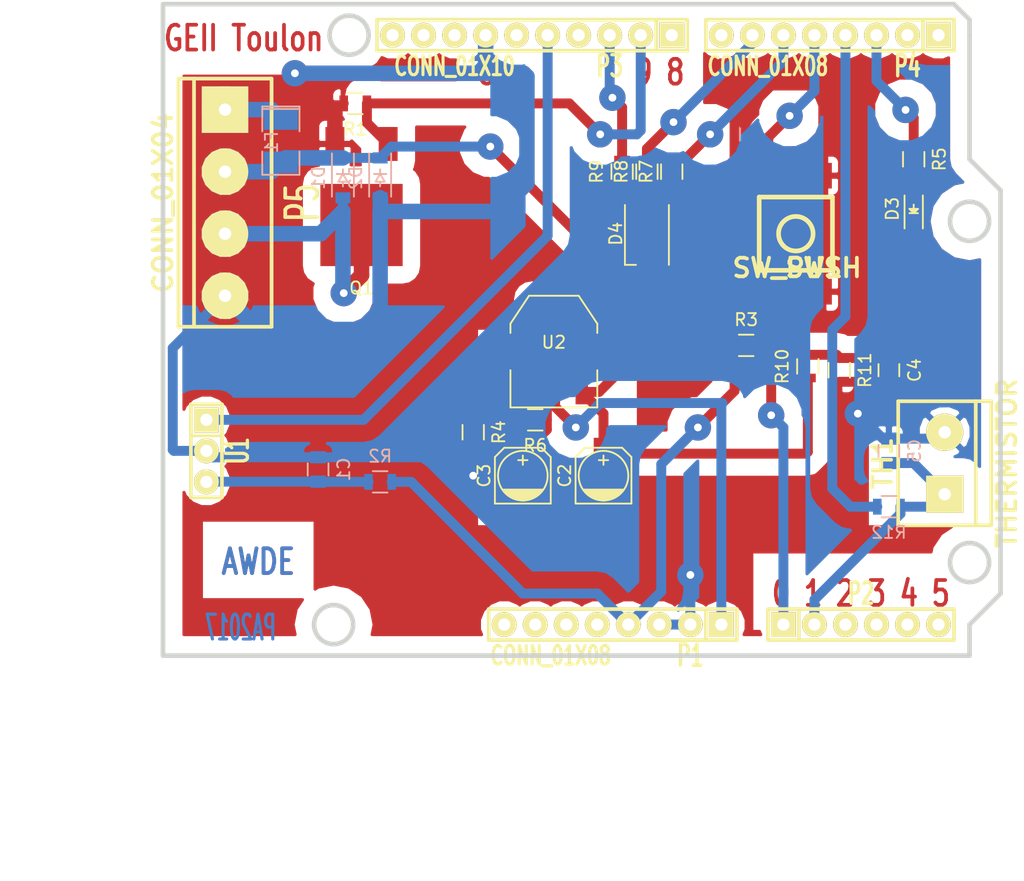
<source format=kicad_pcb>
(kicad_pcb (version 4) (host pcbnew 4.0.2+dfsg1-stable)

  (general
    (links 62)
    (no_connects 2)
    (area 76.009499 53.149499 144.970501 106.870501)
    (thickness 1.6002)
    (drawings 28)
    (tracks 203)
    (zones 0)
    (modules 32)
    (nets 38)
  )

  (page A4)
  (title_block
    (date "9 sep 2015")
  )

  (layers
    (0 Dessus signal)
    (31 Dessous signal)
    (32 B.Adhes user)
    (33 F.Adhes user)
    (34 B.Paste user)
    (35 F.Paste user)
    (36 B.SilkS user)
    (37 F.SilkS user)
    (38 B.Mask user)
    (39 F.Mask user)
    (40 Dwgs.User user)
    (41 Cmts.User user)
    (42 Eco1.User user)
    (43 Eco2.User user)
    (44 Edge.Cuts user)
  )

  (setup
    (last_trace_width 0.8128)
    (user_trace_width 1.27)
    (trace_clearance 0.254)
    (zone_clearance 1.4)
    (zone_45_only yes)
    (trace_min 0.2032)
    (segment_width 0.381)
    (edge_width 0.381)
    (via_size 2.159)
    (via_drill 0.635)
    (via_min_size 0.889)
    (via_min_drill 0.508)
    (uvia_size 0.508)
    (uvia_drill 0.127)
    (uvias_allowed no)
    (uvia_min_size 0.508)
    (uvia_min_drill 0.127)
    (pcb_text_width 0.3048)
    (pcb_text_size 1.524 2.032)
    (mod_edge_width 0.381)
    (mod_text_size 1.524 1.524)
    (mod_text_width 0.3048)
    (pad_size 2.032 2.032)
    (pad_drill 1.00076)
    (pad_to_mask_clearance 0.254)
    (aux_axis_origin 0 0)
    (visible_elements 7FFFFFFF)
    (pcbplotparams
      (layerselection 0x00030_ffffffff)
      (usegerberextensions true)
      (excludeedgelayer true)
      (linewidth 0.150000)
      (plotframeref false)
      (viasonmask false)
      (mode 1)
      (useauxorigin false)
      (hpglpennumber 1)
      (hpglpenspeed 20)
      (hpglpendiameter 15)
      (hpglpenoverlay 2)
      (psnegative false)
      (psa4output false)
      (plotreference true)
      (plotvalue true)
      (plotinvisibletext false)
      (padsonsilk false)
      (subtractmaskfromsilk false)
      (outputformat 1)
      (mirror false)
      (drillshape 1)
      (scaleselection 1)
      (outputdirectory ""))
  )

  (net 0 "")
  (net 1 /AD4/SDA)
  (net 2 /AD5/SCL)
  (net 3 GND)
  (net 4 "Net-(C1-Pad1)")
  (net 5 +12V)
  (net 6 /VIN)
  (net 7 /AD0)
  (net 8 /AD1)
  (net 9 "Net-(D1-Pad2)")
  (net 10 "Net-(D3-Pad2)")
  (net 11 "Net-(D4-Pad4)")
  (net 12 "Net-(D4-Pad5)")
  (net 13 "Net-(D4-Pad6)")
  (net 14 "Net-(F1-Pad1)")
  (net 15 +5V)
  (net 16 +3V3)
  (net 17 /RESET)
  (net 18 /IOREF)
  (net 19 "Net-(P1-Pad8)")
  (net 20 /AD2)
  (net 21 /AD3)
  (net 22 /IO8)
  (net 23 /IO9)
  (net 24 /IO10)
  (net 25 /MOSI)
  (net 26 /IO12)
  (net 27 /SCK)
  (net 28 /AREF)
  (net 29 /IO0)
  (net 30 /IO1)
  (net 31 /IO2)
  (net 32 /IO3)
  (net 33 /BP)
  (net 34 /IO5)
  (net 35 /IO6)
  (net 36 /IO7)
  (net 37 "Net-(R4-Pad1)")

  (net_class Default "Ceci est la Netclass par défaut"
    (clearance 0.254)
    (trace_width 0.8128)
    (via_dia 2.159)
    (via_drill 0.635)
    (uvia_dia 0.508)
    (uvia_drill 0.127)
    (add_net +12V)
    (add_net +3V3)
    (add_net +5V)
    (add_net /AD0)
    (add_net /AD1)
    (add_net /AD2)
    (add_net /AD3)
    (add_net /AD4/SDA)
    (add_net /AD5/SCL)
    (add_net /AREF)
    (add_net /BP)
    (add_net /IO0)
    (add_net /IO1)
    (add_net /IO10)
    (add_net /IO12)
    (add_net /IO2)
    (add_net /IO3)
    (add_net /IO5)
    (add_net /IO6)
    (add_net /IO7)
    (add_net /IO8)
    (add_net /IO9)
    (add_net /IOREF)
    (add_net /MOSI)
    (add_net /RESET)
    (add_net /SCK)
    (add_net /VIN)
    (add_net GND)
    (add_net "Net-(C1-Pad1)")
    (add_net "Net-(D1-Pad2)")
    (add_net "Net-(D3-Pad2)")
    (add_net "Net-(D4-Pad4)")
    (add_net "Net-(D4-Pad5)")
    (add_net "Net-(D4-Pad6)")
    (add_net "Net-(F1-Pad1)")
    (add_net "Net-(P1-Pad8)")
    (add_net "Net-(R4-Pad1)")
  )

  (module IUT-CONNECTIQUE:IUT-SIL-8 locked (layer Dessus) (tedit 200000) (tstamp 577918FB)
    (at 113.03 104.14 180)
    (descr "Connecteur 8 pins")
    (tags "CONN DEV")
    (path /5779158E)
    (fp_text reference P1 (at -6.35 -2.54 180) (layer F.SilkS)
      (effects (font (size 1.72974 1.08712) (thickness 0.3048)))
    )
    (fp_text value CONN_01X08 (at 5.08 -2.54 180) (layer F.SilkS)
      (effects (font (size 1.524 1.016) (thickness 0.3048)))
    )
    (fp_line (start -10.16 -1.27) (end 10.16 -1.27) (layer F.SilkS) (width 0.3048))
    (fp_line (start 10.16 -1.27) (end 10.16 1.27) (layer F.SilkS) (width 0.3048))
    (fp_line (start 10.16 1.27) (end -10.16 1.27) (layer F.SilkS) (width 0.3048))
    (fp_line (start -10.16 1.27) (end -10.16 -1.27) (layer F.SilkS) (width 0.3048))
    (fp_line (start -7.62 1.27) (end -7.62 -1.27) (layer F.SilkS) (width 0.3048))
    (pad 1 thru_hole rect (at -8.89 0 180) (size 2.032 2.032) (drill 1.00076) (layers *.Mask Dessous F.SilkS)
      (net 6 /VIN))
    (pad 2 thru_hole circle (at -6.35 0 180) (size 2.032 2.032) (drill 1.00076) (layers *.Mask Dessous F.SilkS)
      (net 3 GND))
    (pad 3 thru_hole circle (at -3.81 0 180) (size 2.032 2.032) (drill 1.00076) (layers *.Mask Dessous F.SilkS)
      (net 3 GND))
    (pad 4 thru_hole circle (at -1.27 0 180) (size 2.032 2.032) (drill 1.00076) (layers *.Mask Dessous F.SilkS)
      (net 15 +5V))
    (pad 5 thru_hole circle (at 1.27 0 180) (size 2.032 2.032) (drill 1.00076) (layers *.Mask Dessous F.SilkS)
      (net 16 +3V3))
    (pad 6 thru_hole circle (at 3.81 0 180) (size 2.032 2.032) (drill 1.00076) (layers *.Mask Dessous F.SilkS)
      (net 17 /RESET))
    (pad 7 thru_hole circle (at 6.35 0 180) (size 2.032 2.032) (drill 1.00076) (layers *.Mask Dessous F.SilkS)
      (net 18 /IOREF))
    (pad 8 thru_hole circle (at 8.89 0 180) (size 2.032 2.032) (drill 1.00076) (layers *.Mask Dessous F.SilkS)
      (net 19 "Net-(P1-Pad8)"))
  )

  (module IUT-CONNECTIQUE:IUT-SIL-6 locked (layer Dessus) (tedit 200000) (tstamp 57791905)
    (at 133.35 104.14)
    (descr "Connecteur 6 pins")
    (tags "CONN DEV")
    (path /57791919)
    (fp_text reference P2 (at 0 -2.54) (layer F.SilkS)
      (effects (font (size 1.72974 1.08712) (thickness 0.3048)))
    )
    (fp_text value CONN_01X06 (at 0 -2.54) (layer F.SilkS) hide
      (effects (font (size 1.524 1.016) (thickness 0.3048)))
    )
    (fp_line (start -7.62 1.27) (end -7.62 -1.27) (layer F.SilkS) (width 0.3048))
    (fp_line (start -7.62 -1.27) (end 7.62 -1.27) (layer F.SilkS) (width 0.3048))
    (fp_line (start 7.62 -1.27) (end 7.62 1.27) (layer F.SilkS) (width 0.3048))
    (fp_line (start 7.62 1.27) (end -7.62 1.27) (layer F.SilkS) (width 0.3048))
    (fp_line (start -5.08 1.27) (end -5.08 -1.27) (layer F.SilkS) (width 0.3048))
    (pad 1 thru_hole rect (at -6.35 0) (size 2.032 2.032) (drill 1.00076) (layers *.Mask Dessous F.SilkS)
      (net 7 /AD0))
    (pad 2 thru_hole circle (at -3.81 0) (size 2.032 2.032) (drill 1.00076) (layers *.Mask Dessous F.SilkS)
      (net 8 /AD1))
    (pad 3 thru_hole circle (at -1.27 0) (size 2.032 2.032) (drill 1.00076) (layers *.Mask Dessous F.SilkS)
      (net 20 /AD2))
    (pad 4 thru_hole circle (at 1.27 0) (size 2.032 2.032) (drill 1.00076) (layers *.Mask Dessous F.SilkS)
      (net 21 /AD3))
    (pad 5 thru_hole circle (at 3.81 0) (size 2.032 2.032) (drill 1.00076) (layers *.Mask Dessous F.SilkS)
      (net 1 /AD4/SDA))
    (pad 6 thru_hole circle (at 6.35 0) (size 2.032 2.032) (drill 1.00076) (layers *.Mask Dessous F.SilkS)
      (net 2 /AD5/SCL))
  )

  (module IUT-CONNECTIQUE:IUT-SIL-10 locked (layer Dessus) (tedit 5469D4F7) (tstamp 57791913)
    (at 106.426 55.88 180)
    (descr "Connecteur 10 pins")
    (tags "CONN DEV")
    (path /577917E8)
    (fp_text reference P3 (at -6.35 -2.54 180) (layer F.SilkS)
      (effects (font (size 1.72974 1.08712) (thickness 0.27178)))
    )
    (fp_text value CONN_01X10 (at 6.35 -2.54 180) (layer F.SilkS)
      (effects (font (size 1.524 1.016) (thickness 0.254)))
    )
    (fp_line (start -12.7 1.27) (end -12.7 -1.27) (layer F.SilkS) (width 0.3048))
    (fp_line (start -12.7 -1.27) (end 12.7 -1.27) (layer F.SilkS) (width 0.3048))
    (fp_line (start 12.7 -1.27) (end 12.7 1.27) (layer F.SilkS) (width 0.3048))
    (fp_line (start 12.7 1.27) (end -12.7 1.27) (layer F.SilkS) (width 0.3048))
    (fp_line (start -10.16 1.27) (end -10.16 -1.27) (layer F.SilkS) (width 0.3048))
    (pad 1 thru_hole rect (at -11.43 0 180) (size 2.032 2.032) (drill 1.00076) (layers *.Mask Dessous F.SilkS)
      (net 22 /IO8))
    (pad 2 thru_hole circle (at -8.89 0 180) (size 2.032 2.032) (drill 1.00076) (layers *.Mask Dessous F.SilkS)
      (net 23 /IO9))
    (pad 3 thru_hole circle (at -6.35 0 180) (size 2.032 2.032) (drill 1.00076) (layers *.Mask Dessous F.SilkS)
      (net 24 /IO10))
    (pad 4 thru_hole circle (at -3.81 0 180) (size 2.032 2.032) (drill 1.00076) (layers *.Mask Dessous F.SilkS)
      (net 25 /MOSI))
    (pad 5 thru_hole circle (at -1.27 0 180) (size 2.032 2.032) (drill 1.00076) (layers *.Mask Dessous F.SilkS)
      (net 26 /IO12))
    (pad 6 thru_hole circle (at 1.27 0 180) (size 2.032 2.032) (drill 1.00076) (layers *.Mask Dessous F.SilkS)
      (net 27 /SCK))
    (pad 7 thru_hole circle (at 3.81 0 180) (size 2.032 2.032) (drill 1.00076) (layers *.Mask Dessous F.SilkS)
      (net 3 GND))
    (pad 8 thru_hole circle (at 6.35 0 180) (size 2.032 2.032) (drill 1.00076) (layers *.Mask Dessous F.SilkS)
      (net 28 /AREF))
    (pad 9 thru_hole circle (at 8.89 0 180) (size 2.032 2.032) (drill 1.00076) (layers *.Mask Dessous F.SilkS)
      (net 1 /AD4/SDA))
    (pad 10 thru_hole circle (at 11.43 0 180) (size 2.032 2.032) (drill 1.00076) (layers *.Mask Dessous F.SilkS)
      (net 2 /AD5/SCL))
  )

  (module IUT-CONNECTIQUE:IUT-SIL-8 locked (layer Dessus) (tedit 200000) (tstamp 5779191F)
    (at 130.81 55.88 180)
    (descr "Connecteur 8 pins")
    (tags "CONN DEV")
    (path /5779168F)
    (fp_text reference P4 (at -6.35 -2.54 180) (layer F.SilkS)
      (effects (font (size 1.72974 1.08712) (thickness 0.3048)))
    )
    (fp_text value CONN_01X08 (at 5.08 -2.54 180) (layer F.SilkS)
      (effects (font (size 1.524 1.016) (thickness 0.3048)))
    )
    (fp_line (start -10.16 -1.27) (end 10.16 -1.27) (layer F.SilkS) (width 0.3048))
    (fp_line (start 10.16 -1.27) (end 10.16 1.27) (layer F.SilkS) (width 0.3048))
    (fp_line (start 10.16 1.27) (end -10.16 1.27) (layer F.SilkS) (width 0.3048))
    (fp_line (start -10.16 1.27) (end -10.16 -1.27) (layer F.SilkS) (width 0.3048))
    (fp_line (start -7.62 1.27) (end -7.62 -1.27) (layer F.SilkS) (width 0.3048))
    (pad 1 thru_hole rect (at -8.89 0 180) (size 2.032 2.032) (drill 1.00076) (layers *.Mask Dessous F.SilkS)
      (net 29 /IO0))
    (pad 2 thru_hole circle (at -6.35 0 180) (size 2.032 2.032) (drill 1.00076) (layers *.Mask Dessous F.SilkS)
      (net 30 /IO1))
    (pad 3 thru_hole circle (at -3.81 0 180) (size 2.032 2.032) (drill 1.00076) (layers *.Mask Dessous F.SilkS)
      (net 31 /IO2))
    (pad 4 thru_hole circle (at -1.27 0 180) (size 2.032 2.032) (drill 1.00076) (layers *.Mask Dessous F.SilkS)
      (net 32 /IO3))
    (pad 5 thru_hole circle (at 1.27 0 180) (size 2.032 2.032) (drill 1.00076) (layers *.Mask Dessous F.SilkS)
      (net 33 /BP))
    (pad 6 thru_hole circle (at 3.81 0 180) (size 2.032 2.032) (drill 1.00076) (layers *.Mask Dessous F.SilkS)
      (net 34 /IO5))
    (pad 7 thru_hole circle (at 6.35 0 180) (size 2.032 2.032) (drill 1.00076) (layers *.Mask Dessous F.SilkS)
      (net 35 /IO6))
    (pad 8 thru_hole circle (at 8.89 0 180) (size 2.032 2.032) (drill 1.00076) (layers *.Mask Dessous F.SilkS)
      (net 36 /IO7))
  )

  (module Capacitors_SMD:C_0805 (layer Dessous) (tedit 5415D6EA) (tstamp 5C07DFF3)
    (at 88.9 91.44 90)
    (descr "Capacitor SMD 0805, reflow soldering, AVX (see smccp.pdf)")
    (tags "capacitor 0805")
    (path /5BFEFB13)
    (attr smd)
    (fp_text reference C1 (at 0 2.1 90) (layer B.SilkS)
      (effects (font (size 1 1) (thickness 0.15)) (justify mirror))
    )
    (fp_text value C (at 0 -2.1 90) (layer B.Fab)
      (effects (font (size 1 1) (thickness 0.15)) (justify mirror))
    )
    (fp_line (start -1.8 1) (end 1.8 1) (layer B.CrtYd) (width 0.05))
    (fp_line (start -1.8 -1) (end 1.8 -1) (layer B.CrtYd) (width 0.05))
    (fp_line (start -1.8 1) (end -1.8 -1) (layer B.CrtYd) (width 0.05))
    (fp_line (start 1.8 1) (end 1.8 -1) (layer B.CrtYd) (width 0.05))
    (fp_line (start 0.5 0.85) (end -0.5 0.85) (layer B.SilkS) (width 0.15))
    (fp_line (start -0.5 -0.85) (end 0.5 -0.85) (layer B.SilkS) (width 0.15))
    (pad 1 smd rect (at -1 0 90) (size 1 1.25) (layers Dessous B.Paste B.Mask)
      (net 4 "Net-(C1-Pad1)"))
    (pad 2 smd rect (at 1 0 90) (size 1 1.25) (layers Dessous B.Paste B.Mask)
      (net 3 GND))
    (model Capacitors_SMD.3dshapes/C_0805.wrl
      (at (xyz 0 0 0))
      (scale (xyz 1 1 1))
      (rotate (xyz 0 0 0))
    )
  )

  (module Capacitors_SMD:c_elec_4x4.5 (layer Dessus) (tedit 55725C01) (tstamp 5C07DFF9)
    (at 112.268 91.948 90)
    (descr "SMT capacitor, aluminium electrolytic, 4x4.5")
    (path /5BFF0423)
    (attr smd)
    (fp_text reference C2 (at 0 -3.175 90) (layer F.SilkS)
      (effects (font (size 1 1) (thickness 0.15)))
    )
    (fp_text value CP (at 0 3.175 90) (layer F.Fab)
      (effects (font (size 1 1) (thickness 0.15)))
    )
    (fp_line (start -3.35 2.65) (end 3.35 2.65) (layer F.CrtYd) (width 0.05))
    (fp_line (start 3.35 -2.65) (end -3.35 -2.65) (layer F.CrtYd) (width 0.05))
    (fp_line (start -3.35 -2.65) (end -3.35 2.65) (layer F.CrtYd) (width 0.05))
    (fp_line (start 3.35 2.65) (end 3.35 -2.65) (layer F.CrtYd) (width 0.05))
    (fp_line (start 1.651 0) (end 0.889 0) (layer F.SilkS) (width 0.15))
    (fp_line (start 1.27 -0.381) (end 1.27 0.381) (layer F.SilkS) (width 0.15))
    (fp_line (start 1.524 2.286) (end -2.286 2.286) (layer F.SilkS) (width 0.15))
    (fp_line (start 2.286 -1.524) (end 2.286 1.524) (layer F.SilkS) (width 0.15))
    (fp_line (start 1.524 2.286) (end 2.286 1.524) (layer F.SilkS) (width 0.15))
    (fp_line (start 1.524 -2.286) (end -2.286 -2.286) (layer F.SilkS) (width 0.15))
    (fp_line (start 1.524 -2.286) (end 2.286 -1.524) (layer F.SilkS) (width 0.15))
    (fp_line (start -2.032 0.127) (end -2.032 -0.127) (layer F.SilkS) (width 0.15))
    (fp_line (start -1.905 -0.635) (end -1.905 0.635) (layer F.SilkS) (width 0.15))
    (fp_line (start -1.778 0.889) (end -1.778 -0.889) (layer F.SilkS) (width 0.15))
    (fp_line (start -1.651 1.143) (end -1.651 -1.143) (layer F.SilkS) (width 0.15))
    (fp_line (start -1.524 -1.27) (end -1.524 1.27) (layer F.SilkS) (width 0.15))
    (fp_line (start -1.397 1.397) (end -1.397 -1.397) (layer F.SilkS) (width 0.15))
    (fp_line (start -1.27 -1.524) (end -1.27 1.524) (layer F.SilkS) (width 0.15))
    (fp_line (start -1.143 -1.651) (end -1.143 1.651) (layer F.SilkS) (width 0.15))
    (fp_line (start -2.286 -2.286) (end -2.286 2.286) (layer F.SilkS) (width 0.15))
    (fp_circle (center 0 0) (end -2.032 0) (layer F.SilkS) (width 0.15))
    (pad 1 smd rect (at 1.80086 0 90) (size 2.60096 1.6002) (layers Dessus F.Paste F.Mask)
      (net 5 +12V))
    (pad 2 smd rect (at -1.80086 0 90) (size 2.60096 1.6002) (layers Dessus F.Paste F.Mask)
      (net 3 GND))
    (model Capacitors_SMD.3dshapes/c_elec_4x4.5.wrl
      (at (xyz 0 0 0))
      (scale (xyz 1 1 1))
      (rotate (xyz 0 0 0))
    )
  )

  (module Capacitors_SMD:c_elec_4x4.5 (layer Dessus) (tedit 55725C01) (tstamp 5C07DFFF)
    (at 105.664 91.948 90)
    (descr "SMT capacitor, aluminium electrolytic, 4x4.5")
    (path /5BFF04A8)
    (attr smd)
    (fp_text reference C3 (at 0 -3.175 90) (layer F.SilkS)
      (effects (font (size 1 1) (thickness 0.15)))
    )
    (fp_text value CP (at 0 3.175 90) (layer F.Fab)
      (effects (font (size 1 1) (thickness 0.15)))
    )
    (fp_line (start -3.35 2.65) (end 3.35 2.65) (layer F.CrtYd) (width 0.05))
    (fp_line (start 3.35 -2.65) (end -3.35 -2.65) (layer F.CrtYd) (width 0.05))
    (fp_line (start -3.35 -2.65) (end -3.35 2.65) (layer F.CrtYd) (width 0.05))
    (fp_line (start 3.35 2.65) (end 3.35 -2.65) (layer F.CrtYd) (width 0.05))
    (fp_line (start 1.651 0) (end 0.889 0) (layer F.SilkS) (width 0.15))
    (fp_line (start 1.27 -0.381) (end 1.27 0.381) (layer F.SilkS) (width 0.15))
    (fp_line (start 1.524 2.286) (end -2.286 2.286) (layer F.SilkS) (width 0.15))
    (fp_line (start 2.286 -1.524) (end 2.286 1.524) (layer F.SilkS) (width 0.15))
    (fp_line (start 1.524 2.286) (end 2.286 1.524) (layer F.SilkS) (width 0.15))
    (fp_line (start 1.524 -2.286) (end -2.286 -2.286) (layer F.SilkS) (width 0.15))
    (fp_line (start 1.524 -2.286) (end 2.286 -1.524) (layer F.SilkS) (width 0.15))
    (fp_line (start -2.032 0.127) (end -2.032 -0.127) (layer F.SilkS) (width 0.15))
    (fp_line (start -1.905 -0.635) (end -1.905 0.635) (layer F.SilkS) (width 0.15))
    (fp_line (start -1.778 0.889) (end -1.778 -0.889) (layer F.SilkS) (width 0.15))
    (fp_line (start -1.651 1.143) (end -1.651 -1.143) (layer F.SilkS) (width 0.15))
    (fp_line (start -1.524 -1.27) (end -1.524 1.27) (layer F.SilkS) (width 0.15))
    (fp_line (start -1.397 1.397) (end -1.397 -1.397) (layer F.SilkS) (width 0.15))
    (fp_line (start -1.27 -1.524) (end -1.27 1.524) (layer F.SilkS) (width 0.15))
    (fp_line (start -1.143 -1.651) (end -1.143 1.651) (layer F.SilkS) (width 0.15))
    (fp_line (start -2.286 -2.286) (end -2.286 2.286) (layer F.SilkS) (width 0.15))
    (fp_circle (center 0 0) (end -2.032 0) (layer F.SilkS) (width 0.15))
    (pad 1 smd rect (at 1.80086 0 90) (size 2.60096 1.6002) (layers Dessus F.Paste F.Mask)
      (net 6 /VIN))
    (pad 2 smd rect (at -1.80086 0 90) (size 2.60096 1.6002) (layers Dessus F.Paste F.Mask)
      (net 3 GND))
    (model Capacitors_SMD.3dshapes/c_elec_4x4.5.wrl
      (at (xyz 0 0 0))
      (scale (xyz 1 1 1))
      (rotate (xyz 0 0 0))
    )
  )

  (module Capacitors_SMD:C_0805 (layer Dessus) (tedit 5415D6EA) (tstamp 5C07E005)
    (at 135.636 83.312 270)
    (descr "Capacitor SMD 0805, reflow soldering, AVX (see smccp.pdf)")
    (tags "capacitor 0805")
    (path /5BFECAA1)
    (attr smd)
    (fp_text reference C4 (at 0 -2.1 270) (layer F.SilkS)
      (effects (font (size 1 1) (thickness 0.15)))
    )
    (fp_text value C (at 0 2.1 270) (layer F.Fab)
      (effects (font (size 1 1) (thickness 0.15)))
    )
    (fp_line (start -1.8 -1) (end 1.8 -1) (layer F.CrtYd) (width 0.05))
    (fp_line (start -1.8 1) (end 1.8 1) (layer F.CrtYd) (width 0.05))
    (fp_line (start -1.8 -1) (end -1.8 1) (layer F.CrtYd) (width 0.05))
    (fp_line (start 1.8 -1) (end 1.8 1) (layer F.CrtYd) (width 0.05))
    (fp_line (start 0.5 -0.85) (end -0.5 -0.85) (layer F.SilkS) (width 0.15))
    (fp_line (start -0.5 0.85) (end 0.5 0.85) (layer F.SilkS) (width 0.15))
    (pad 1 smd rect (at -1 0 270) (size 1 1.25) (layers Dessus F.Paste F.Mask)
      (net 7 /AD0))
    (pad 2 smd rect (at 1 0 270) (size 1 1.25) (layers Dessus F.Paste F.Mask)
      (net 3 GND))
    (model Capacitors_SMD.3dshapes/C_0805.wrl
      (at (xyz 0 0 0))
      (scale (xyz 1 1 1))
      (rotate (xyz 0 0 0))
    )
  )

  (module Capacitors_SMD:C_0805 (layer Dessous) (tedit 5415D6EA) (tstamp 5C07E00B)
    (at 135.636 89.916 90)
    (descr "Capacitor SMD 0805, reflow soldering, AVX (see smccp.pdf)")
    (tags "capacitor 0805")
    (path /5BFECEB7)
    (attr smd)
    (fp_text reference C5 (at 0 2.1 90) (layer B.SilkS)
      (effects (font (size 1 1) (thickness 0.15)) (justify mirror))
    )
    (fp_text value C (at 0 -2.1 90) (layer B.Fab)
      (effects (font (size 1 1) (thickness 0.15)) (justify mirror))
    )
    (fp_line (start -1.8 1) (end 1.8 1) (layer B.CrtYd) (width 0.05))
    (fp_line (start -1.8 -1) (end 1.8 -1) (layer B.CrtYd) (width 0.05))
    (fp_line (start -1.8 1) (end -1.8 -1) (layer B.CrtYd) (width 0.05))
    (fp_line (start 1.8 1) (end 1.8 -1) (layer B.CrtYd) (width 0.05))
    (fp_line (start 0.5 0.85) (end -0.5 0.85) (layer B.SilkS) (width 0.15))
    (fp_line (start -0.5 -0.85) (end 0.5 -0.85) (layer B.SilkS) (width 0.15))
    (pad 1 smd rect (at -1 0 90) (size 1 1.25) (layers Dessous B.Paste B.Mask)
      (net 8 /AD1))
    (pad 2 smd rect (at 1 0 90) (size 1 1.25) (layers Dessous B.Paste B.Mask)
      (net 3 GND))
    (model Capacitors_SMD.3dshapes/C_0805.wrl
      (at (xyz 0 0 0))
      (scale (xyz 1 1 1))
      (rotate (xyz 0 0 0))
    )
  )

  (module LEDs:LED_0805 (layer Dessus) (tedit 55BDE1C2) (tstamp 5C07E01D)
    (at 137.668 70.104 90)
    (descr "LED 0805 smd package")
    (tags "LED 0805 SMD")
    (path /5BFEC63D)
    (attr smd)
    (fp_text reference D3 (at 0 -1.75 90) (layer F.SilkS)
      (effects (font (size 1 1) (thickness 0.15)))
    )
    (fp_text value LED (at 0 1.75 90) (layer F.Fab)
      (effects (font (size 1 1) (thickness 0.15)))
    )
    (fp_line (start -1.6 0.75) (end 1.1 0.75) (layer F.SilkS) (width 0.15))
    (fp_line (start -1.6 -0.75) (end 1.1 -0.75) (layer F.SilkS) (width 0.15))
    (fp_line (start -0.1 0.15) (end -0.1 -0.1) (layer F.SilkS) (width 0.15))
    (fp_line (start -0.1 -0.1) (end -0.25 0.05) (layer F.SilkS) (width 0.15))
    (fp_line (start -0.35 -0.35) (end -0.35 0.35) (layer F.SilkS) (width 0.15))
    (fp_line (start 0 0) (end 0.35 0) (layer F.SilkS) (width 0.15))
    (fp_line (start -0.35 0) (end 0 -0.35) (layer F.SilkS) (width 0.15))
    (fp_line (start 0 -0.35) (end 0 0.35) (layer F.SilkS) (width 0.15))
    (fp_line (start 0 0.35) (end -0.35 0) (layer F.SilkS) (width 0.15))
    (fp_line (start 1.9 -0.95) (end 1.9 0.95) (layer F.CrtYd) (width 0.05))
    (fp_line (start 1.9 0.95) (end -1.9 0.95) (layer F.CrtYd) (width 0.05))
    (fp_line (start -1.9 0.95) (end -1.9 -0.95) (layer F.CrtYd) (width 0.05))
    (fp_line (start -1.9 -0.95) (end 1.9 -0.95) (layer F.CrtYd) (width 0.05))
    (pad 2 smd rect (at 1.04902 0 270) (size 1.19888 1.19888) (layers Dessus F.Paste F.Mask)
      (net 10 "Net-(D3-Pad2)"))
    (pad 1 smd rect (at -1.04902 0 270) (size 1.19888 1.19888) (layers Dessus F.Paste F.Mask)
      (net 3 GND))
    (model LEDs.3dshapes/LED_0805.wrl
      (at (xyz 0 0 0))
      (scale (xyz 1 1 1))
      (rotate (xyz 0 0 0))
    )
  )

  (module LEDs:LED_RGB_PLLC-6 (layer Dessus) (tedit 555EF111) (tstamp 5C07E027)
    (at 115.824 72.136 90)
    (descr "RGB LED PLLC-6")
    (tags "RGB LED PLLC-6")
    (path /5BFED3DB)
    (attr smd)
    (fp_text reference D4 (at 0 -2.55 270) (layer F.SilkS)
      (effects (font (size 1 1) (thickness 0.15)))
    )
    (fp_text value LED_RGB (at 0 2.8 90) (layer F.Fab)
      (effects (font (size 1 1) (thickness 0.15)))
    )
    (fp_line (start -2.55 -1.8) (end -2.55 -0.9) (layer F.SilkS) (width 0.15))
    (fp_line (start 2.65 -2) (end 2.65 2) (layer F.CrtYd) (width 0.05))
    (fp_line (start -2.75 -2) (end -2.75 2) (layer F.CrtYd) (width 0.05))
    (fp_line (start -2.75 2) (end 2.65 2) (layer F.CrtYd) (width 0.05))
    (fp_line (start -2.75 -2) (end 2.65 -2) (layer F.CrtYd) (width 0.05))
    (fp_line (start -2.55 1.8) (end 2.35 1.8) (layer F.SilkS) (width 0.15))
    (fp_line (start 2.35 -1.8) (end -2.55 -1.8) (layer F.SilkS) (width 0.15))
    (pad 1 smd rect (at -1.55 -1.1 180) (size 0.7 1.3) (layers Dessus F.Paste F.Mask)
      (net 3 GND))
    (pad 2 smd rect (at -1.55 0 180) (size 0.7 1.3) (layers Dessus F.Paste F.Mask)
      (net 3 GND))
    (pad 3 smd rect (at -1.55 1.1 180) (size 0.7 1.3) (layers Dessus F.Paste F.Mask)
      (net 3 GND))
    (pad 4 smd rect (at 1.55 1.1 180) (size 0.7 1.3) (layers Dessus F.Paste F.Mask)
      (net 11 "Net-(D4-Pad4)"))
    (pad 5 smd rect (at 1.55 0 180) (size 0.7 1.3) (layers Dessus F.Paste F.Mask)
      (net 12 "Net-(D4-Pad5)"))
    (pad 6 smd rect (at 1.55 -1.1 180) (size 0.7 1.3) (layers Dessus F.Paste F.Mask)
      (net 13 "Net-(D4-Pad6)"))
  )

  (module SMD_Packages:SMD-1210_Pol (layer Dessous) (tedit 0) (tstamp 5C07E02D)
    (at 85.852 64.516 270)
    (tags "CMS SM")
    (path /5BFEEAA6)
    (attr smd)
    (fp_text reference F1 (at 0.127 0.762 270) (layer B.SilkS)
      (effects (font (size 1 1) (thickness 0.15)) (justify mirror))
    )
    (fp_text value F_Small (at 0 -0.762 270) (layer B.Fab)
      (effects (font (size 1 1) (thickness 0.15)) (justify mirror))
    )
    (fp_line (start -2.794 1.524) (end -2.794 -1.524) (layer B.SilkS) (width 0.15))
    (fp_line (start 0.889 -1.524) (end 2.794 -1.524) (layer B.SilkS) (width 0.15))
    (fp_line (start 2.794 -1.524) (end 2.794 1.524) (layer B.SilkS) (width 0.15))
    (fp_line (start 2.794 1.524) (end 0.889 1.524) (layer B.SilkS) (width 0.15))
    (fp_line (start -0.762 1.524) (end -2.794 1.524) (layer B.SilkS) (width 0.15))
    (fp_line (start -2.594 1.524) (end -2.594 -1.524) (layer B.SilkS) (width 0.15))
    (fp_line (start -2.794 -1.524) (end -0.762 -1.524) (layer B.SilkS) (width 0.15))
    (pad 1 smd rect (at -1.778 0 270) (size 1.778 2.794) (layers Dessous B.Paste B.Mask)
      (net 14 "Net-(F1-Pad1)"))
    (pad 2 smd rect (at 1.778 0 270) (size 1.778 2.794) (layers Dessous B.Paste B.Mask)
      (net 5 +12V))
    (model SMD_Packages.3dshapes/SMD-1210_Pol.wrl
      (at (xyz 0 0 0))
      (scale (xyz 0.2 0.2 0.2))
      (rotate (xyz 0 0 0))
    )
  )

  (module Diodes_SMD:D-Pak_TO252AA (layer Dessus) (tedit 552FE2A5) (tstamp 5C07E03C)
    (at 92.456 69.088 180)
    (descr "D-Pak, TO252AA, Diode")
    (tags "D-Pak TO252AA Diode")
    (path /5BFEF20C)
    (attr smd)
    (fp_text reference Q1 (at 0 -7.5 180) (layer F.SilkS)
      (effects (font (size 1 1) (thickness 0.15)))
    )
    (fp_text value Q_NMOS_GDSD (at 0 8.1 180) (layer F.Fab)
      (effects (font (size 1 1) (thickness 0.15)))
    )
    (fp_line (start -3.65 -5.95) (end 3.65 -5.95) (layer F.CrtYd) (width 0.05))
    (fp_line (start 3.65 -5.95) (end 3.65 5.95) (layer F.CrtYd) (width 0.05))
    (fp_line (start 3.65 5.95) (end -3.65 5.95) (layer F.CrtYd) (width 0.05))
    (fp_line (start -3.65 5.95) (end -3.65 -5.95) (layer F.CrtYd) (width 0.05))
    (pad 3 smd rect (at 2.18 4.3 180) (size 1.55 2.78) (layers Dessus F.Paste F.Mask)
      (net 3 GND))
    (pad 4 smd rect (at 0 -2.335 180) (size 6.74 6.73) (layers Dessus F.Paste F.Mask)
      (net 9 "Net-(D1-Pad2)"))
    (pad 1 smd rect (at -2.18 4.3 180) (size 1.55 2.78) (layers Dessus F.Paste F.Mask)
      (net 23 /IO9))
    (model Diodes_SMD.3dshapes/D-Pak_TO252AA.wrl
      (at (xyz 0 0 0))
      (scale (xyz 0.3937 0.3937 0.3937))
      (rotate (xyz 0 0 0))
    )
  )

  (module Resistors_SMD:R_0805 (layer Dessus) (tedit 5415CDEB) (tstamp 5C07E042)
    (at 91.948 61.468 180)
    (descr "Resistor SMD 0805, reflow soldering, Vishay (see dcrcw.pdf)")
    (tags "resistor 0805")
    (path /5BFEF56E)
    (attr smd)
    (fp_text reference R1 (at 0 -2.1 180) (layer F.SilkS)
      (effects (font (size 1 1) (thickness 0.15)))
    )
    (fp_text value R (at 0 2.1 180) (layer F.Fab)
      (effects (font (size 1 1) (thickness 0.15)))
    )
    (fp_line (start -1.6 -1) (end 1.6 -1) (layer F.CrtYd) (width 0.05))
    (fp_line (start -1.6 1) (end 1.6 1) (layer F.CrtYd) (width 0.05))
    (fp_line (start -1.6 -1) (end -1.6 1) (layer F.CrtYd) (width 0.05))
    (fp_line (start 1.6 -1) (end 1.6 1) (layer F.CrtYd) (width 0.05))
    (fp_line (start 0.6 0.875) (end -0.6 0.875) (layer F.SilkS) (width 0.15))
    (fp_line (start -0.6 -0.875) (end 0.6 -0.875) (layer F.SilkS) (width 0.15))
    (pad 1 smd rect (at -0.95 0 180) (size 0.7 1.3) (layers Dessus F.Paste F.Mask)
      (net 23 /IO9))
    (pad 2 smd rect (at 0.95 0 180) (size 0.7 1.3) (layers Dessus F.Paste F.Mask)
      (net 3 GND))
    (model Resistors_SMD.3dshapes/R_0805.wrl
      (at (xyz 0 0 0))
      (scale (xyz 1 1 1))
      (rotate (xyz 0 0 0))
    )
  )

  (module Resistors_SMD:R_0805 (layer Dessous) (tedit 5415CDEB) (tstamp 5C07E048)
    (at 93.98 92.456 180)
    (descr "Resistor SMD 0805, reflow soldering, Vishay (see dcrcw.pdf)")
    (tags "resistor 0805")
    (path /5BFEFDA1)
    (attr smd)
    (fp_text reference R2 (at 0 2.1 180) (layer B.SilkS)
      (effects (font (size 1 1) (thickness 0.15)) (justify mirror))
    )
    (fp_text value R (at 0 -2.1 180) (layer B.Fab)
      (effects (font (size 1 1) (thickness 0.15)) (justify mirror))
    )
    (fp_line (start -1.6 1) (end 1.6 1) (layer B.CrtYd) (width 0.05))
    (fp_line (start -1.6 -1) (end 1.6 -1) (layer B.CrtYd) (width 0.05))
    (fp_line (start -1.6 1) (end -1.6 -1) (layer B.CrtYd) (width 0.05))
    (fp_line (start 1.6 1) (end 1.6 -1) (layer B.CrtYd) (width 0.05))
    (fp_line (start 0.6 -0.875) (end -0.6 -0.875) (layer B.SilkS) (width 0.15))
    (fp_line (start -0.6 0.875) (end 0.6 0.875) (layer B.SilkS) (width 0.15))
    (pad 1 smd rect (at -0.95 0 180) (size 0.7 1.3) (layers Dessous B.Paste B.Mask)
      (net 15 +5V))
    (pad 2 smd rect (at 0.95 0 180) (size 0.7 1.3) (layers Dessous B.Paste B.Mask)
      (net 4 "Net-(C1-Pad1)"))
    (model Resistors_SMD.3dshapes/R_0805.wrl
      (at (xyz 0 0 0))
      (scale (xyz 1 1 1))
      (rotate (xyz 0 0 0))
    )
  )

  (module Resistors_SMD:R_0805 (layer Dessus) (tedit 5415CDEB) (tstamp 5C07E04E)
    (at 123.952 81.28)
    (descr "Resistor SMD 0805, reflow soldering, Vishay (see dcrcw.pdf)")
    (tags "resistor 0805")
    (path /5BFEC75D)
    (attr smd)
    (fp_text reference R3 (at 0 -2.1) (layer F.SilkS)
      (effects (font (size 1 1) (thickness 0.15)))
    )
    (fp_text value R (at 0 2.1) (layer F.Fab)
      (effects (font (size 1 1) (thickness 0.15)))
    )
    (fp_line (start -1.6 -1) (end 1.6 -1) (layer F.CrtYd) (width 0.05))
    (fp_line (start -1.6 1) (end 1.6 1) (layer F.CrtYd) (width 0.05))
    (fp_line (start -1.6 -1) (end -1.6 1) (layer F.CrtYd) (width 0.05))
    (fp_line (start 1.6 -1) (end 1.6 1) (layer F.CrtYd) (width 0.05))
    (fp_line (start 0.6 0.875) (end -0.6 0.875) (layer F.SilkS) (width 0.15))
    (fp_line (start -0.6 -0.875) (end 0.6 -0.875) (layer F.SilkS) (width 0.15))
    (pad 1 smd rect (at -0.95 0) (size 0.7 1.3) (layers Dessus F.Paste F.Mask)
      (net 15 +5V))
    (pad 2 smd rect (at 0.95 0) (size 0.7 1.3) (layers Dessus F.Paste F.Mask)
      (net 33 /BP))
    (model Resistors_SMD.3dshapes/R_0805.wrl
      (at (xyz 0 0 0))
      (scale (xyz 1 1 1))
      (rotate (xyz 0 0 0))
    )
  )

  (module Resistors_SMD:R_0805 (layer Dessus) (tedit 5415CDEB) (tstamp 5C07E054)
    (at 101.6 88.392 270)
    (descr "Resistor SMD 0805, reflow soldering, Vishay (see dcrcw.pdf)")
    (tags "resistor 0805")
    (path /5BFF0594)
    (attr smd)
    (fp_text reference R4 (at 0 -2.1 270) (layer F.SilkS)
      (effects (font (size 1 1) (thickness 0.15)))
    )
    (fp_text value R (at 0 2.1 270) (layer F.Fab)
      (effects (font (size 1 1) (thickness 0.15)))
    )
    (fp_line (start -1.6 -1) (end 1.6 -1) (layer F.CrtYd) (width 0.05))
    (fp_line (start -1.6 1) (end 1.6 1) (layer F.CrtYd) (width 0.05))
    (fp_line (start -1.6 -1) (end -1.6 1) (layer F.CrtYd) (width 0.05))
    (fp_line (start 1.6 -1) (end 1.6 1) (layer F.CrtYd) (width 0.05))
    (fp_line (start 0.6 0.875) (end -0.6 0.875) (layer F.SilkS) (width 0.15))
    (fp_line (start -0.6 -0.875) (end 0.6 -0.875) (layer F.SilkS) (width 0.15))
    (pad 1 smd rect (at -0.95 0 270) (size 0.7 1.3) (layers Dessus F.Paste F.Mask)
      (net 37 "Net-(R4-Pad1)"))
    (pad 2 smd rect (at 0.95 0 270) (size 0.7 1.3) (layers Dessus F.Paste F.Mask)
      (net 3 GND))
    (model Resistors_SMD.3dshapes/R_0805.wrl
      (at (xyz 0 0 0))
      (scale (xyz 1 1 1))
      (rotate (xyz 0 0 0))
    )
  )

  (module Resistors_SMD:R_0805 (layer Dessus) (tedit 5415CDEB) (tstamp 5C07E05A)
    (at 137.668 66.04 270)
    (descr "Resistor SMD 0805, reflow soldering, Vishay (see dcrcw.pdf)")
    (tags "resistor 0805")
    (path /5BFEC4CC)
    (attr smd)
    (fp_text reference R5 (at 0 -2.1 270) (layer F.SilkS)
      (effects (font (size 1 1) (thickness 0.15)))
    )
    (fp_text value R (at 0 2.1 270) (layer F.Fab)
      (effects (font (size 1 1) (thickness 0.15)))
    )
    (fp_line (start -1.6 -1) (end 1.6 -1) (layer F.CrtYd) (width 0.05))
    (fp_line (start -1.6 1) (end 1.6 1) (layer F.CrtYd) (width 0.05))
    (fp_line (start -1.6 -1) (end -1.6 1) (layer F.CrtYd) (width 0.05))
    (fp_line (start 1.6 -1) (end 1.6 1) (layer F.CrtYd) (width 0.05))
    (fp_line (start 0.6 0.875) (end -0.6 0.875) (layer F.SilkS) (width 0.15))
    (fp_line (start -0.6 -0.875) (end 0.6 -0.875) (layer F.SilkS) (width 0.15))
    (pad 1 smd rect (at -0.95 0 270) (size 0.7 1.3) (layers Dessus F.Paste F.Mask)
      (net 31 /IO2))
    (pad 2 smd rect (at 0.95 0 270) (size 0.7 1.3) (layers Dessus F.Paste F.Mask)
      (net 10 "Net-(D3-Pad2)"))
    (model Resistors_SMD.3dshapes/R_0805.wrl
      (at (xyz 0 0 0))
      (scale (xyz 1 1 1))
      (rotate (xyz 0 0 0))
    )
  )

  (module Resistors_SMD:R_0805 (layer Dessus) (tedit 5415CDEB) (tstamp 5C07E060)
    (at 106.68 87.376 180)
    (descr "Resistor SMD 0805, reflow soldering, Vishay (see dcrcw.pdf)")
    (tags "resistor 0805")
    (path /5BFF0525)
    (attr smd)
    (fp_text reference R6 (at 0 -2.1 180) (layer F.SilkS)
      (effects (font (size 1 1) (thickness 0.15)))
    )
    (fp_text value R (at 0 2.1 180) (layer F.Fab)
      (effects (font (size 1 1) (thickness 0.15)))
    )
    (fp_line (start -1.6 -1) (end 1.6 -1) (layer F.CrtYd) (width 0.05))
    (fp_line (start -1.6 1) (end 1.6 1) (layer F.CrtYd) (width 0.05))
    (fp_line (start -1.6 -1) (end -1.6 1) (layer F.CrtYd) (width 0.05))
    (fp_line (start 1.6 -1) (end 1.6 1) (layer F.CrtYd) (width 0.05))
    (fp_line (start 0.6 0.875) (end -0.6 0.875) (layer F.SilkS) (width 0.15))
    (fp_line (start -0.6 -0.875) (end 0.6 -0.875) (layer F.SilkS) (width 0.15))
    (pad 1 smd rect (at -0.95 0 180) (size 0.7 1.3) (layers Dessus F.Paste F.Mask)
      (net 6 /VIN))
    (pad 2 smd rect (at 0.95 0 180) (size 0.7 1.3) (layers Dessus F.Paste F.Mask)
      (net 37 "Net-(R4-Pad1)"))
    (model Resistors_SMD.3dshapes/R_0805.wrl
      (at (xyz 0 0 0))
      (scale (xyz 1 1 1))
      (rotate (xyz 0 0 0))
    )
  )

  (module Resistors_SMD:R_0805 (layer Dessus) (tedit 5415CDEB) (tstamp 5C07E066)
    (at 117.856 67.056 90)
    (descr "Resistor SMD 0805, reflow soldering, Vishay (see dcrcw.pdf)")
    (tags "resistor 0805")
    (path /5BFED202)
    (attr smd)
    (fp_text reference R7 (at 0 -2.1 90) (layer F.SilkS)
      (effects (font (size 1 1) (thickness 0.15)))
    )
    (fp_text value R (at 0 2.1 90) (layer F.Fab)
      (effects (font (size 1 1) (thickness 0.15)))
    )
    (fp_line (start -1.6 -1) (end 1.6 -1) (layer F.CrtYd) (width 0.05))
    (fp_line (start -1.6 1) (end 1.6 1) (layer F.CrtYd) (width 0.05))
    (fp_line (start -1.6 -1) (end -1.6 1) (layer F.CrtYd) (width 0.05))
    (fp_line (start 1.6 -1) (end 1.6 1) (layer F.CrtYd) (width 0.05))
    (fp_line (start 0.6 0.875) (end -0.6 0.875) (layer F.SilkS) (width 0.15))
    (fp_line (start -0.6 -0.875) (end 0.6 -0.875) (layer F.SilkS) (width 0.15))
    (pad 1 smd rect (at -0.95 0 90) (size 0.7 1.3) (layers Dessus F.Paste F.Mask)
      (net 11 "Net-(D4-Pad4)"))
    (pad 2 smd rect (at 0.95 0 90) (size 0.7 1.3) (layers Dessus F.Paste F.Mask)
      (net 34 /IO5))
    (model Resistors_SMD.3dshapes/R_0805.wrl
      (at (xyz 0 0 0))
      (scale (xyz 1 1 1))
      (rotate (xyz 0 0 0))
    )
  )

  (module Resistors_SMD:R_0805 (layer Dessus) (tedit 5415CDEB) (tstamp 5C07E06C)
    (at 115.824 67.056 90)
    (descr "Resistor SMD 0805, reflow soldering, Vishay (see dcrcw.pdf)")
    (tags "resistor 0805")
    (path /5BFED289)
    (attr smd)
    (fp_text reference R8 (at 0 -2.1 90) (layer F.SilkS)
      (effects (font (size 1 1) (thickness 0.15)))
    )
    (fp_text value R (at 0 2.1 90) (layer F.Fab)
      (effects (font (size 1 1) (thickness 0.15)))
    )
    (fp_line (start -1.6 -1) (end 1.6 -1) (layer F.CrtYd) (width 0.05))
    (fp_line (start -1.6 1) (end 1.6 1) (layer F.CrtYd) (width 0.05))
    (fp_line (start -1.6 -1) (end -1.6 1) (layer F.CrtYd) (width 0.05))
    (fp_line (start 1.6 -1) (end 1.6 1) (layer F.CrtYd) (width 0.05))
    (fp_line (start 0.6 0.875) (end -0.6 0.875) (layer F.SilkS) (width 0.15))
    (fp_line (start -0.6 -0.875) (end 0.6 -0.875) (layer F.SilkS) (width 0.15))
    (pad 1 smd rect (at -0.95 0 90) (size 0.7 1.3) (layers Dessus F.Paste F.Mask)
      (net 12 "Net-(D4-Pad5)"))
    (pad 2 smd rect (at 0.95 0 90) (size 0.7 1.3) (layers Dessus F.Paste F.Mask)
      (net 35 /IO6))
    (model Resistors_SMD.3dshapes/R_0805.wrl
      (at (xyz 0 0 0))
      (scale (xyz 1 1 1))
      (rotate (xyz 0 0 0))
    )
  )

  (module Resistors_SMD:R_0805 (layer Dessus) (tedit 5415CDEB) (tstamp 5C07E072)
    (at 113.792 67.056 90)
    (descr "Resistor SMD 0805, reflow soldering, Vishay (see dcrcw.pdf)")
    (tags "resistor 0805")
    (path /5BFED328)
    (attr smd)
    (fp_text reference R9 (at 0 -2.1 90) (layer F.SilkS)
      (effects (font (size 1 1) (thickness 0.15)))
    )
    (fp_text value R (at 0 2.1 90) (layer F.Fab)
      (effects (font (size 1 1) (thickness 0.15)))
    )
    (fp_line (start -1.6 -1) (end 1.6 -1) (layer F.CrtYd) (width 0.05))
    (fp_line (start -1.6 1) (end 1.6 1) (layer F.CrtYd) (width 0.05))
    (fp_line (start -1.6 -1) (end -1.6 1) (layer F.CrtYd) (width 0.05))
    (fp_line (start 1.6 -1) (end 1.6 1) (layer F.CrtYd) (width 0.05))
    (fp_line (start 0.6 0.875) (end -0.6 0.875) (layer F.SilkS) (width 0.15))
    (fp_line (start -0.6 -0.875) (end 0.6 -0.875) (layer F.SilkS) (width 0.15))
    (pad 1 smd rect (at -0.95 0 90) (size 0.7 1.3) (layers Dessus F.Paste F.Mask)
      (net 13 "Net-(D4-Pad6)"))
    (pad 2 smd rect (at 0.95 0 90) (size 0.7 1.3) (layers Dessus F.Paste F.Mask)
      (net 24 /IO10))
    (model Resistors_SMD.3dshapes/R_0805.wrl
      (at (xyz 0 0 0))
      (scale (xyz 1 1 1))
      (rotate (xyz 0 0 0))
    )
  )

  (module Resistors_SMD:R_0805 (layer Dessus) (tedit 5415CDEB) (tstamp 5C07E078)
    (at 129 83 90)
    (descr "Resistor SMD 0805, reflow soldering, Vishay (see dcrcw.pdf)")
    (tags "resistor 0805")
    (path /5BFECA09)
    (attr smd)
    (fp_text reference R10 (at 0 -2.1 90) (layer F.SilkS)
      (effects (font (size 1 1) (thickness 0.15)))
    )
    (fp_text value R (at 0 2.1 90) (layer F.Fab)
      (effects (font (size 1 1) (thickness 0.15)))
    )
    (fp_line (start -1.6 -1) (end 1.6 -1) (layer F.CrtYd) (width 0.05))
    (fp_line (start -1.6 1) (end 1.6 1) (layer F.CrtYd) (width 0.05))
    (fp_line (start -1.6 -1) (end -1.6 1) (layer F.CrtYd) (width 0.05))
    (fp_line (start 1.6 -1) (end 1.6 1) (layer F.CrtYd) (width 0.05))
    (fp_line (start 0.6 0.875) (end -0.6 0.875) (layer F.SilkS) (width 0.15))
    (fp_line (start -0.6 -0.875) (end 0.6 -0.875) (layer F.SilkS) (width 0.15))
    (pad 1 smd rect (at -0.95 0 90) (size 0.7 1.3) (layers Dessus F.Paste F.Mask)
      (net 5 +12V))
    (pad 2 smd rect (at 0.95 0 90) (size 0.7 1.3) (layers Dessus F.Paste F.Mask)
      (net 7 /AD0))
    (model Resistors_SMD.3dshapes/R_0805.wrl
      (at (xyz 0 0 0))
      (scale (xyz 1 1 1))
      (rotate (xyz 0 0 0))
    )
  )

  (module Resistors_SMD:R_0805 (layer Dessus) (tedit 5415CDEB) (tstamp 5C07E07E)
    (at 131.572 83.312 270)
    (descr "Resistor SMD 0805, reflow soldering, Vishay (see dcrcw.pdf)")
    (tags "resistor 0805")
    (path /5BFECA38)
    (attr smd)
    (fp_text reference R11 (at 0 -2.1 270) (layer F.SilkS)
      (effects (font (size 1 1) (thickness 0.15)))
    )
    (fp_text value R (at 0 2.1 270) (layer F.Fab)
      (effects (font (size 1 1) (thickness 0.15)))
    )
    (fp_line (start -1.6 -1) (end 1.6 -1) (layer F.CrtYd) (width 0.05))
    (fp_line (start -1.6 1) (end 1.6 1) (layer F.CrtYd) (width 0.05))
    (fp_line (start -1.6 -1) (end -1.6 1) (layer F.CrtYd) (width 0.05))
    (fp_line (start 1.6 -1) (end 1.6 1) (layer F.CrtYd) (width 0.05))
    (fp_line (start 0.6 0.875) (end -0.6 0.875) (layer F.SilkS) (width 0.15))
    (fp_line (start -0.6 -0.875) (end 0.6 -0.875) (layer F.SilkS) (width 0.15))
    (pad 1 smd rect (at -0.95 0 270) (size 0.7 1.3) (layers Dessus F.Paste F.Mask)
      (net 7 /AD0))
    (pad 2 smd rect (at 0.95 0 270) (size 0.7 1.3) (layers Dessus F.Paste F.Mask)
      (net 3 GND))
    (model Resistors_SMD.3dshapes/R_0805.wrl
      (at (xyz 0 0 0))
      (scale (xyz 1 1 1))
      (rotate (xyz 0 0 0))
    )
  )

  (module Resistors_SMD:R_0805 (layer Dessous) (tedit 5415CDEB) (tstamp 5C07E084)
    (at 135.636 94.488)
    (descr "Resistor SMD 0805, reflow soldering, Vishay (see dcrcw.pdf)")
    (tags "resistor 0805")
    (path /5BFECDE3)
    (attr smd)
    (fp_text reference R12 (at 0 2.1) (layer B.SilkS)
      (effects (font (size 1 1) (thickness 0.15)) (justify mirror))
    )
    (fp_text value R (at 0 -2.1) (layer B.Fab)
      (effects (font (size 1 1) (thickness 0.15)) (justify mirror))
    )
    (fp_line (start -1.6 1) (end 1.6 1) (layer B.CrtYd) (width 0.05))
    (fp_line (start -1.6 -1) (end 1.6 -1) (layer B.CrtYd) (width 0.05))
    (fp_line (start -1.6 1) (end -1.6 -1) (layer B.CrtYd) (width 0.05))
    (fp_line (start 1.6 1) (end 1.6 -1) (layer B.CrtYd) (width 0.05))
    (fp_line (start 0.6 -0.875) (end -0.6 -0.875) (layer B.SilkS) (width 0.15))
    (fp_line (start -0.6 0.875) (end 0.6 0.875) (layer B.SilkS) (width 0.15))
    (pad 1 smd rect (at -0.95 0) (size 0.7 1.3) (layers Dessous B.Paste B.Mask)
      (net 32 /IO3))
    (pad 2 smd rect (at 0.95 0) (size 0.7 1.3) (layers Dessous B.Paste B.Mask)
      (net 8 /AD1))
    (model Resistors_SMD.3dshapes/R_0805.wrl
      (at (xyz 0 0 0))
      (scale (xyz 1 1 1))
      (rotate (xyz 0 0 0))
    )
  )

  (module IUT-DIVERS:IUT-PUSH_SW-6x6-5x10-SMD (layer Dessus) (tedit 55EAE569) (tstamp 5C07E08C)
    (at 128.016 72.136)
    (path /5BFEC970)
    (fp_text reference SW1 (at 1.5 2.8) (layer F.SilkS)
      (effects (font (thickness 0.3048)))
    )
    (fp_text value SW_PUSH (at 0.1 2.8) (layer F.SilkS)
      (effects (font (thickness 0.3048)))
    )
    (fp_line (start -3 3) (end -3 -3) (layer F.SilkS) (width 0.381))
    (fp_line (start -3 -3) (end 3 -3) (layer F.SilkS) (width 0.381))
    (fp_line (start 3 -3) (end 3 3) (layer F.SilkS) (width 0.381))
    (fp_line (start 3 3) (end -3 3) (layer F.SilkS) (width 0.381))
    (fp_circle (center 0 0) (end 1 1) (layer F.SilkS) (width 0.381))
    (pad 1 smd rect (at -2.25 -4.75) (size 1.39954 2.10058) (layers Dessus F.Paste F.Mask)
      (net 33 /BP))
    (pad 1 smd rect (at -2.25 4.75) (size 1.39954 2.10058) (layers Dessus F.Paste F.Mask)
      (net 33 /BP))
    (pad 2 smd rect (at 2.25 -4.75) (size 1.39954 2.10058) (layers Dessus F.Paste F.Mask)
      (net 3 GND))
    (pad 2 smd rect (at 2.25 4.75) (size 1.39954 2.10058) (layers Dessus F.Paste F.Mask)
      (net 3 GND))
  )

  (module IUT-CONNECTIQUE:IUT-bornier2 (layer Dessus) (tedit 3EC0ED69) (tstamp 5C07E092)
    (at 140.208 90.932 90)
    (descr "Bornier d'alimentation 2 pins")
    (tags DEV)
    (path /5BFECE2E)
    (fp_text reference TH1 (at 0 -5.08 90) (layer F.SilkS)
      (effects (font (thickness 0.3048)))
    )
    (fp_text value THERMISTOR (at 0 5.08 90) (layer F.SilkS)
      (effects (font (thickness 0.3048)))
    )
    (fp_line (start 5.08 2.54) (end -5.08 2.54) (layer F.SilkS) (width 0.3048))
    (fp_line (start 5.08 3.81) (end 5.08 -3.81) (layer F.SilkS) (width 0.3048))
    (fp_line (start 5.08 -3.81) (end -5.08 -3.81) (layer F.SilkS) (width 0.3048))
    (fp_line (start -5.08 -3.81) (end -5.08 3.81) (layer F.SilkS) (width 0.3048))
    (fp_line (start -5.08 3.81) (end 5.08 3.81) (layer F.SilkS) (width 0.3048))
    (pad 1 thru_hole rect (at -2.54 0 90) (size 3.048 3.048) (drill 1.016) (layers *.Mask Dessous F.SilkS)
      (net 8 /AD1))
    (pad 2 thru_hole circle (at 2.54 0 90) (size 3.048 3.048) (drill 1.016) (layers *.Mask Dessous F.SilkS)
      (net 3 GND))
    (model device/bornier_2.wrl
      (at (xyz 0 0 0))
      (scale (xyz 1 1 1))
      (rotate (xyz 0 0 0))
    )
  )

  (module IUT-CONNECTIQUE:IUT-SIL-3 (layer Dessus) (tedit 200000) (tstamp 5C07E099)
    (at 79.756 89.916 270)
    (descr "Connecteur 3 pins")
    (tags "CONN DEV")
    (path /5BFEFBD4)
    (fp_text reference U1 (at 0 -2.54 270) (layer F.SilkS)
      (effects (font (size 1.7907 1.07696) (thickness 0.3048)))
    )
    (fp_text value TSOP48xx (at 0 -2.54 270) (layer F.SilkS) hide
      (effects (font (size 1.524 1.016) (thickness 0.3048)))
    )
    (fp_line (start -3.81 1.27) (end -3.81 -1.27) (layer F.SilkS) (width 0.3048))
    (fp_line (start -3.81 -1.27) (end 3.81 -1.27) (layer F.SilkS) (width 0.3048))
    (fp_line (start 3.81 -1.27) (end 3.81 1.27) (layer F.SilkS) (width 0.3048))
    (fp_line (start 3.81 1.27) (end -3.81 1.27) (layer F.SilkS) (width 0.3048))
    (fp_line (start -1.27 -1.27) (end -1.27 1.27) (layer F.SilkS) (width 0.3048))
    (pad 1 thru_hole rect (at -2.54 0 270) (size 2.032 2.032) (drill 1.00076) (layers *.Mask Dessous F.SilkS)
      (net 26 /IO12))
    (pad 2 thru_hole circle (at 0 0 270) (size 2.032 2.032) (drill 1.00076) (layers *.Mask Dessous F.SilkS)
      (net 3 GND))
    (pad 3 thru_hole circle (at 2.54 0 270) (size 2.032 2.032) (drill 1.00076) (layers *.Mask Dessous F.SilkS)
      (net 4 "Net-(C1-Pad1)"))
  )

  (module TO_SOT_Packages_SMD:SOT-223 (layer Dessus) (tedit 0) (tstamp 5C07E0A1)
    (at 108.204 81.788)
    (descr "module CMS SOT223 4 pins")
    (tags "CMS SOT")
    (path /5BFF0290)
    (attr smd)
    (fp_text reference U2 (at 0 -0.762) (layer F.SilkS)
      (effects (font (size 1 1) (thickness 0.15)))
    )
    (fp_text value LD1117S12TR (at 0 0.762) (layer F.Fab)
      (effects (font (size 1 1) (thickness 0.15)))
    )
    (fp_line (start -3.556 1.524) (end -3.556 4.572) (layer F.SilkS) (width 0.15))
    (fp_line (start -3.556 4.572) (end 3.556 4.572) (layer F.SilkS) (width 0.15))
    (fp_line (start 3.556 4.572) (end 3.556 1.524) (layer F.SilkS) (width 0.15))
    (fp_line (start -3.556 -1.524) (end -3.556 -2.286) (layer F.SilkS) (width 0.15))
    (fp_line (start -3.556 -2.286) (end -2.032 -4.572) (layer F.SilkS) (width 0.15))
    (fp_line (start -2.032 -4.572) (end 2.032 -4.572) (layer F.SilkS) (width 0.15))
    (fp_line (start 2.032 -4.572) (end 3.556 -2.286) (layer F.SilkS) (width 0.15))
    (fp_line (start 3.556 -2.286) (end 3.556 -1.524) (layer F.SilkS) (width 0.15))
    (pad 4 smd rect (at 0 -3.302) (size 3.6576 2.032) (layers Dessus F.Paste F.Mask))
    (pad 2 smd rect (at 0 3.302) (size 1.016 2.032) (layers Dessus F.Paste F.Mask)
      (net 6 /VIN))
    (pad 3 smd rect (at 2.286 3.302) (size 1.016 2.032) (layers Dessus F.Paste F.Mask)
      (net 5 +12V))
    (pad 1 smd rect (at -2.286 3.302) (size 1.016 2.032) (layers Dessus F.Paste F.Mask)
      (net 37 "Net-(R4-Pad1)"))
    (model TO_SOT_Packages_SMD.3dshapes/SOT-223.wrl
      (at (xyz 0 0 0))
      (scale (xyz 0.4 0.4 0.4))
      (rotate (xyz 0 0 0))
    )
  )

  (module IUT-CONNECTIQUE:IUT-bornier4 (layer Dessus) (tedit 3EC0ED29) (tstamp 5C07E1FF)
    (at 81.28 69.596 270)
    (descr "Bornier d'alimentation 4 pins")
    (tags DEV)
    (path /5BFEDDF2)
    (fp_text reference P5 (at 0 -6.35 270) (layer F.SilkS)
      (effects (font (size 2.6162 1.59766) (thickness 0.3048)))
    )
    (fp_text value CONN_01X04 (at 0 5.08 270) (layer F.SilkS)
      (effects (font (thickness 0.3048)))
    )
    (fp_line (start -10.16 -3.81) (end -10.16 3.81) (layer F.SilkS) (width 0.3048))
    (fp_line (start 10.16 3.81) (end 10.16 -3.81) (layer F.SilkS) (width 0.3048))
    (fp_line (start 10.16 2.54) (end -10.16 2.54) (layer F.SilkS) (width 0.3048))
    (fp_line (start -10.16 -3.81) (end 10.16 -3.81) (layer F.SilkS) (width 0.3048))
    (fp_line (start -10.16 3.81) (end 10.16 3.81) (layer F.SilkS) (width 0.3048))
    (pad 2 thru_hole circle (at -2.54 0 270) (size 3.81 3.81) (drill 1.016) (layers *.Mask Dessous F.SilkS)
      (net 5 +12V))
    (pad 3 thru_hole circle (at 2.54 0 270) (size 3.81 3.81) (drill 1.016) (layers *.Mask Dessous F.SilkS)
      (net 9 "Net-(D1-Pad2)"))
    (pad 1 thru_hole rect (at -7.62 0 270) (size 3.81 3.81) (drill 1.016) (layers *.Mask Dessous F.SilkS)
      (net 14 "Net-(F1-Pad1)"))
    (pad 4 thru_hole circle (at 7.62 0 270) (size 3.81 3.81) (drill 1.016) (layers *.Mask Dessous F.SilkS)
      (net 3 GND))
    (model device/bornier_4.wrl
      (at (xyz 0 0 0))
      (scale (xyz 1 1 1))
      (rotate (xyz 0 0 0))
    )
  )

  (module Diodes_SMD:SOD-123 (layer Dessous) (tedit 5530FCB9) (tstamp 5C111C19)
    (at 90.932 67.564 270)
    (descr SOD-123)
    (tags SOD-123)
    (path /5BFEEB27)
    (attr smd)
    (fp_text reference D1 (at 0 2 270) (layer B.SilkS)
      (effects (font (size 1 1) (thickness 0.15)) (justify mirror))
    )
    (fp_text value D (at 0 -2.1 270) (layer B.Fab)
      (effects (font (size 1 1) (thickness 0.15)) (justify mirror))
    )
    (fp_line (start 0.3175 0) (end 0.6985 0) (layer B.SilkS) (width 0.15))
    (fp_line (start -0.6985 0) (end -0.3175 0) (layer B.SilkS) (width 0.15))
    (fp_line (start -0.3175 0) (end 0.3175 0.381) (layer B.SilkS) (width 0.15))
    (fp_line (start 0.3175 0.381) (end 0.3175 -0.381) (layer B.SilkS) (width 0.15))
    (fp_line (start 0.3175 -0.381) (end -0.3175 0) (layer B.SilkS) (width 0.15))
    (fp_line (start -0.3175 0.508) (end -0.3175 -0.508) (layer B.SilkS) (width 0.15))
    (fp_line (start -2.25 1.05) (end 2.25 1.05) (layer B.CrtYd) (width 0.05))
    (fp_line (start 2.25 1.05) (end 2.25 -1.05) (layer B.CrtYd) (width 0.05))
    (fp_line (start 2.25 -1.05) (end -2.25 -1.05) (layer B.CrtYd) (width 0.05))
    (fp_line (start -2.25 1.05) (end -2.25 -1.05) (layer B.CrtYd) (width 0.05))
    (fp_line (start -2 -0.9) (end 1.54 -0.9) (layer B.SilkS) (width 0.15))
    (fp_line (start -2 0.9) (end 1.54 0.9) (layer B.SilkS) (width 0.15))
    (pad 1 smd rect (at -1.635 0 270) (size 0.91 1.22) (layers Dessous B.Paste B.Mask)
      (net 5 +12V))
    (pad 2 smd rect (at 1.635 0 270) (size 0.91 1.22) (layers Dessous B.Paste B.Mask)
      (net 9 "Net-(D1-Pad2)"))
  )

  (module Diodes_SMD:SOD-123 (layer Dessous) (tedit 5530FCB9) (tstamp 5C111C1E)
    (at 93.98 67.564 270)
    (descr SOD-123)
    (tags SOD-123)
    (path /5BFEF08D)
    (attr smd)
    (fp_text reference D2 (at 0 2 270) (layer B.SilkS)
      (effects (font (size 1 1) (thickness 0.15)) (justify mirror))
    )
    (fp_text value D (at 0 -2.1 270) (layer B.Fab)
      (effects (font (size 1 1) (thickness 0.15)) (justify mirror))
    )
    (fp_line (start 0.3175 0) (end 0.6985 0) (layer B.SilkS) (width 0.15))
    (fp_line (start -0.6985 0) (end -0.3175 0) (layer B.SilkS) (width 0.15))
    (fp_line (start -0.3175 0) (end 0.3175 0.381) (layer B.SilkS) (width 0.15))
    (fp_line (start 0.3175 0.381) (end 0.3175 -0.381) (layer B.SilkS) (width 0.15))
    (fp_line (start 0.3175 -0.381) (end -0.3175 0) (layer B.SilkS) (width 0.15))
    (fp_line (start -0.3175 0.508) (end -0.3175 -0.508) (layer B.SilkS) (width 0.15))
    (fp_line (start -2.25 1.05) (end 2.25 1.05) (layer B.CrtYd) (width 0.05))
    (fp_line (start 2.25 1.05) (end 2.25 -1.05) (layer B.CrtYd) (width 0.05))
    (fp_line (start 2.25 -1.05) (end -2.25 -1.05) (layer B.CrtYd) (width 0.05))
    (fp_line (start -2.25 1.05) (end -2.25 -1.05) (layer B.CrtYd) (width 0.05))
    (fp_line (start -2 -0.9) (end 1.54 -0.9) (layer B.SilkS) (width 0.15))
    (fp_line (start -2 0.9) (end 1.54 0.9) (layer B.SilkS) (width 0.15))
    (pad 1 smd rect (at -1.635 0 270) (size 0.91 1.22) (layers Dessous B.Paste B.Mask)
      (net 5 +12V))
    (pad 2 smd rect (at 1.635 0 270) (size 0.91 1.22) (layers Dessous B.Paste B.Mask)
      (net 3 GND))
  )

  (gr_text AWDE (at 84 99) (layer Dessus)
    (effects (font (size 2.032 1.524) (thickness 0.3048)))
  )
  (gr_text AWDE (at 84 99) (layer Dessous)
    (effects (font (size 2.032 1.524) (thickness 0.3048)))
  )
  (gr_line (start 78.232 93.98) (end 78.232 85.344) (angle 90) (layer Dwgs.User) (width 0.381))
  (gr_line (start 98.044 93.98) (end 78.232 93.98) (angle 90) (layer Dwgs.User) (width 0.381))
  (gr_line (start 98.044 85.344) (end 98.044 93.98) (angle 90) (layer Dwgs.User) (width 0.381))
  (gr_line (start 78.232 85.344) (end 98.044 85.344) (angle 90) (layer Dwgs.User) (width 0.381))
  (gr_text "9 8" (at 116.84 58.928) (layer Dessus)
    (effects (font (size 2.032 1.524) (thickness 0.3048)))
  )
  (gr_text "Template pour shield arduino\nTrous non métalisés \nGEII Toulon" (at 109.22 120.142) (layer Cmts.User)
    (effects (font (size 2.032 1.524) (thickness 0.3048)))
  )
  (gr_text PA2017 (at 82.55 104.394) (layer Dessous)
    (effects (font (size 2.032 1.016) (thickness 0.254)) (justify mirror))
  )
  (gr_text "GEII Toulon" (at 82.804 56.134) (layer Dessus)
    (effects (font (size 2.032 1.524) (thickness 0.3048)))
  )
  (gr_text "0 1 2 3 4 5" (at 133.35 101.6) (layer Dessus)
    (effects (font (size 2.032 1.524) (thickness 0.3048)))
  )
  (gr_text G (at 102.616 58.928) (layer Dessus)
    (effects (font (size 2.032 1.524) (thickness 0.3048)))
  )
  (dimension 68.58 (width 0.3048) (layer Cmts.User)
    (gr_text "68,580 mm" (at 110.49 113.38306) (layer Cmts.User)
      (effects (font (size 2.032 1.524) (thickness 0.3048)))
    )
    (feature1 (pts (xy 144.78 96.52) (xy 144.78 115.00866)))
    (feature2 (pts (xy 76.2 96.52) (xy 76.2 115.00866)))
    (crossbar (pts (xy 76.2 111.75746) (xy 144.78 111.75746)))
    (arrow1a (pts (xy 144.78 111.75746) (xy 143.65478 112.34166)))
    (arrow1b (pts (xy 144.78 111.75746) (xy 143.65478 111.17326)))
    (arrow2a (pts (xy 76.2 111.75746) (xy 77.32522 112.34166)))
    (arrow2b (pts (xy 76.2 111.75746) (xy 77.32522 111.17326)))
  )
  (dimension 53.34 (width 0.3048) (layer Cmts.User)
    (gr_text "53,340 mm" (at 69.4944 80.01 90) (layer Cmts.User)
      (effects (font (size 2.032 1.524) (thickness 0.3048)))
    )
    (feature1 (pts (xy 76.2 53.34) (xy 67.8688 53.34)))
    (feature2 (pts (xy 76.2 106.68) (xy 67.8688 106.68)))
    (crossbar (pts (xy 71.12 106.68) (xy 71.12 53.34)))
    (arrow1a (pts (xy 71.12 53.34) (xy 71.7042 54.46522)))
    (arrow1b (pts (xy 71.12 53.34) (xy 70.5358 54.46522)))
    (arrow2a (pts (xy 71.12 106.68) (xy 71.7042 105.55478)))
    (arrow2b (pts (xy 71.12 106.68) (xy 70.5358 105.55478)))
  )
  (gr_circle (center 90.17 104.14) (end 91.7702 104.14) (layer Edge.Cuts) (width 0.381))
  (gr_circle (center 142.24 99.06) (end 143.8402 99.06) (layer Edge.Cuts) (width 0.381))
  (gr_circle (center 142.24 71.12) (end 143.8402 71.12) (layer Edge.Cuts) (width 0.381))
  (gr_circle (center 91.44 55.88) (end 93.0402 55.88) (layer Edge.Cuts) (width 0.381))
  (gr_line (start 142.24 54.61) (end 142.24 55.88) (angle 90) (layer Edge.Cuts) (width 0.381))
  (gr_line (start 140.97 53.34) (end 142.24 54.61) (angle 90) (layer Edge.Cuts) (width 0.381))
  (gr_line (start 76.2 53.34) (end 140.97 53.34) (angle 90) (layer Edge.Cuts) (width 0.381))
  (gr_line (start 142.24 66.04) (end 142.24 55.88) (angle 90) (layer Edge.Cuts) (width 0.381))
  (gr_line (start 144.78 68.58) (end 142.24 66.04) (angle 90) (layer Edge.Cuts) (width 0.381))
  (gr_line (start 144.78 101.6) (end 144.78 68.58) (angle 90) (layer Edge.Cuts) (width 0.381))
  (gr_line (start 142.24 104.14) (end 144.78 101.6) (angle 90) (layer Edge.Cuts) (width 0.381))
  (gr_line (start 142.24 106.68) (end 142.24 104.14) (angle 90) (layer Edge.Cuts) (width 0.381))
  (gr_line (start 76.2 106.68) (end 142.24 106.68) (angle 90) (layer Edge.Cuts) (width 0.381))
  (gr_line (start 76.2 53.34) (end 76.2 106.68) (angle 90) (layer Edge.Cuts) (width 0.381))

  (segment (start 94 70.31482) (end 94 69.219) (width 1.27) (layer Dessous) (net 3))
  (segment (start 94 69.219) (end 93.98 69.199) (width 1.27) (layer Dessous) (net 3) (tstamp 5C111C43))
  (segment (start 102 59) (end 105.736 59) (width 1.27) (layer Dessous) (net 3))
  (segment (start 105.736 59) (end 106 59.264) (width 1.27) (layer Dessous) (net 3) (tstamp 5C111A01))
  (segment (start 90.276 64.788) (end 90.276 62.276) (width 1.27) (layer Dessus) (net 3))
  (segment (start 102.616 58.384) (end 102.616 55.88) (width 1.27) (layer Dessous) (net 3) (tstamp 5C111785))
  (segment (start 102 59) (end 102.616 58.384) (width 1.27) (layer Dessous) (net 3) (tstamp 5C111782))
  (segment (start 87 59) (end 102 59) (width 1.27) (layer Dessous) (net 3) (tstamp 5C111781))
  (via (at 87 59) (size 2.159) (drill 0.635) (layers Dessus Dessous) (net 3))
  (segment (start 90.276 62.276) (end 87 59) (width 1.27) (layer Dessus) (net 3) (tstamp 5C111772))
  (segment (start 93.98 79.98) (end 84.044 79.98) (width 1.27) (layer Dessous) (net 3))
  (segment (start 84.044 79.98) (end 81.28 77.216) (width 1.27) (layer Dessous) (net 3) (tstamp 5C1115C7))
  (segment (start 93.98 77) (end 93.98 79.98) (width 1.27) (layer Dessous) (net 3))
  (segment (start 93.98 79.98) (end 93.96 80) (width 1.27) (layer Dessous) (net 3) (tstamp 5C110E4E))
  (segment (start 114.724 73.686) (end 114.686 73.686) (width 0.8128) (layer Dessus) (net 3))
  (segment (start 93.98 70.31482) (end 94 70.31482) (width 1.27) (layer Dessous) (net 3))
  (segment (start 94 70.31482) (end 103.68518 70.31482) (width 1.27) (layer Dessous) (net 3) (tstamp 5C111C41))
  (segment (start 106 68) (end 106 59.264) (width 1.27) (layer Dessous) (net 3) (tstamp 5C07F7CE))
  (segment (start 103.68518 70.31482) (end 106 68) (width 1.27) (layer Dessous) (net 3) (tstamp 5C07F7CC))
  (via (at 133.096 86.868) (size 2.159) (drill 0.635) (layers Dessus Dessous) (net 3))
  (segment (start 133.096 86.868) (end 135.144 88.916) (width 0.8128) (layer Dessous) (net 3) (tstamp 5C07EEC1))
  (segment (start 88.9 90.44) (end 80.28 90.44) (width 0.8128) (layer Dessous) (net 3))
  (segment (start 80.28 90.44) (end 79.756 89.916) (width 0.8128) (layer Dessous) (net 3) (tstamp 5C07F52B))
  (segment (start 79.756 89.916) (end 77.084 89.916) (width 0.8128) (layer Dessous) (net 3))
  (segment (start 78.496 80) (end 81.28 77.216) (width 0.8128) (layer Dessous) (net 3) (tstamp 5C110E54))
  (segment (start 77 81.496) (end 78.496 80) (width 0.8128) (layer Dessous) (net 3) (tstamp 5C07F512))
  (segment (start 77 89.832) (end 77 81.496) (width 0.8128) (layer Dessous) (net 3) (tstamp 5C07F510))
  (segment (start 77.084 89.916) (end 77 89.832) (width 0.8128) (layer Dessous) (net 3) (tstamp 5C07F50E))
  (segment (start 130.266 67.386) (end 130.266 60.266) (width 0.8128) (layer Dessus) (net 3))
  (segment (start 123 67.61) (end 116.924 73.686) (width 0.8128) (layer Dessus) (net 3) (tstamp 5C07F4C6))
  (segment (start 123 63) (end 123 67.61) (width 0.8128) (layer Dessus) (net 3) (tstamp 5C07F4C1))
  (segment (start 126 60) (end 123 63) (width 0.8128) (layer Dessus) (net 3) (tstamp 5C07F4BE))
  (segment (start 130 60) (end 126 60) (width 0.8128) (layer Dessus) (net 3) (tstamp 5C07F4BB))
  (segment (start 130.266 60.266) (end 130 60) (width 0.8128) (layer Dessus) (net 3) (tstamp 5C07F4BA))
  (segment (start 102.616 55.88) (end 102.616 56.384) (width 0.8128) (layer Dessous) (net 3))
  (segment (start 102.33914 93.74886) (end 102.33914 92.68714) (width 0.8128) (layer Dessus) (net 3))
  (segment (start 105.664 93.74886) (end 102.33914 93.74886) (width 0.8128) (layer Dessus) (net 3) (tstamp 5C07EE1F))
  (segment (start 102.33914 92.68714) (end 101.6 91.948) (width 0.8128) (layer Dessus) (net 3) (tstamp 5C07F3C1))
  (segment (start 133.096 86.868) (end 133.096 88.904) (width 0.8128) (layer Dessus) (net 3))
  (segment (start 121.924 100.076) (end 119.38 100.076) (width 0.8128) (layer Dessus) (net 3) (tstamp 5C07F372))
  (segment (start 133.096 88.904) (end 121.924 100.076) (width 0.8128) (layer Dessus) (net 3) (tstamp 5C07F36D))
  (segment (start 115.824 73.686) (end 116.924 73.686) (width 0.8128) (layer Dessus) (net 3))
  (segment (start 114.724 73.686) (end 115.824 73.686) (width 0.8128) (layer Dessus) (net 3))
  (segment (start 90.276 64.788) (end 90.276 62.19) (width 0.8128) (layer Dessus) (net 3))
  (segment (start 90.276 62.19) (end 90.998 61.468) (width 0.8128) (layer Dessus) (net 3) (tstamp 5C07F312))
  (segment (start 135.636 84.312) (end 137.688 84.312) (width 0.8128) (layer Dessus) (net 3))
  (segment (start 137.668 84.292) (end 137.668 71.15302) (width 0.8128) (layer Dessus) (net 3) (tstamp 5C07F289))
  (segment (start 137.688 84.312) (end 137.668 84.292) (width 0.8128) (layer Dessus) (net 3) (tstamp 5C07F286))
  (segment (start 137.668 71.15302) (end 130.266 71.15302) (width 0.8128) (layer Dessus) (net 3))
  (segment (start 130.266 71.15302) (end 130.556 71.44302) (width 0.8128) (layer Dessus) (net 3) (tstamp 5C07F0EC))
  (segment (start 130.556 71.44302) (end 130.556 71.628) (width 0.8128) (layer Dessus) (net 3) (tstamp 5C07F0EE))
  (segment (start 130.556 71.628) (end 130.266 71.628) (width 0.8128) (layer Dessus) (net 3) (tstamp 5C07F0EF))
  (segment (start 130.266 76.886) (end 130.266 71.628) (width 0.8128) (layer Dessus) (net 3))
  (segment (start 130.266 71.628) (end 130.266 67.386) (width 0.8128) (layer Dessus) (net 3) (tstamp 5C07F0F0))
  (segment (start 93.98 77.216) (end 93.98 77) (width 0.8128) (layer Dessous) (net 3) (tstamp 5C07F05E))
  (segment (start 93.98 77) (end 93.98 70.31482) (width 1.27) (layer Dessous) (net 3) (tstamp 5C110E4C))
  (via (at 101.6 91.948) (size 2.159) (drill 0.635) (layers Dessus Dessous) (net 3))
  (segment (start 100.092 90.44) (end 101.6 91.948) (width 0.8128) (layer Dessous) (net 3) (tstamp 5C07EF5E))
  (segment (start 88.9 90.44) (end 100.092 90.44) (width 0.8128) (layer Dessous) (net 3) (tstamp 5C07EF5F))
  (segment (start 135.636 88.916) (end 139.684 88.916) (width 0.8128) (layer Dessous) (net 3))
  (segment (start 139.684 88.916) (end 140.208 88.392) (width 0.8128) (layer Dessous) (net 3) (tstamp 5C07EEC5))
  (segment (start 135.636 84.312) (end 135.636 84.328) (width 0.8128) (layer Dessus) (net 3))
  (segment (start 135.636 84.328) (end 133.096 86.868) (width 0.8128) (layer Dessus) (net 3) (tstamp 5C07EEBC))
  (segment (start 135.144 88.916) (end 135.636 88.916) (width 0.8128) (layer Dessous) (net 3) (tstamp 5C07EEC2))
  (segment (start 131.572 84.262) (end 135.586 84.262) (width 0.8128) (layer Dessus) (net 3))
  (segment (start 135.586 84.262) (end 135.636 84.312) (width 0.8128) (layer Dessus) (net 3) (tstamp 5C07EEB6))
  (segment (start 82.804 90.44) (end 80.28 90.44) (width 0.8128) (layer Dessous) (net 3) (tstamp 5C07EE67))
  (segment (start 80.28 90.44) (end 79.756 89.916) (width 0.8128) (layer Dessous) (net 3) (tstamp 5C07EE61))
  (segment (start 101.6 89.342) (end 101.6 91.948) (width 0.8128) (layer Dessus) (net 3))
  (segment (start 105.664 93.74886) (end 112.268 93.74886) (width 0.8128) (layer Dessus) (net 3))
  (segment (start 112.776 94.25686) (end 112.776 97.028) (width 0.8128) (layer Dessus) (net 3))
  (segment (start 116.332 97.028) (end 112.776 97.028) (width 0.8128) (layer Dessus) (net 3) (tstamp 5C07EE0E))
  (segment (start 119.38 100.076) (end 116.332 97.028) (width 0.8128) (layer Dessus) (net 3) (tstamp 5C07EE0D))
  (via (at 119.38 100.076) (size 2.159) (drill 0.635) (layers Dessus Dessous) (net 3))
  (segment (start 119.38 100.076) (end 119.38 104.14) (width 0.8128) (layer Dessous) (net 3))
  (segment (start 112.776 94.25686) (end 112.268 93.74886) (width 0.8128) (layer Dessus) (net 3) (tstamp 5C07EE14))
  (segment (start 119.38 104.14) (end 116.84 104.14) (width 0.8128) (layer Dessous) (net 3))
  (segment (start 88.9 92.44) (end 79.772 92.44) (width 0.8128) (layer Dessous) (net 4))
  (segment (start 79.772 92.44) (end 79.756 92.456) (width 0.8128) (layer Dessous) (net 4) (tstamp 5C07EF8A))
  (segment (start 93.03 92.456) (end 88.916 92.456) (width 0.8128) (layer Dessous) (net 4))
  (segment (start 88.916 92.456) (end 88.9 92.44) (width 0.8128) (layer Dessous) (net 4) (tstamp 5C07EF2A))
  (segment (start 90.932 65.929) (end 86.217 65.929) (width 1.27) (layer Dessous) (net 5))
  (segment (start 86.217 65.929) (end 85.852 66.294) (width 1.27) (layer Dessous) (net 5) (tstamp 5C111C39))
  (segment (start 93.98 65.929) (end 90.932 65.929) (width 0.8128) (layer Dessous) (net 5))
  (segment (start 103 65) (end 94.909 65) (width 0.8128) (layer Dessous) (net 5))
  (segment (start 94.909 65) (end 93.98 65.929) (width 0.8128) (layer Dessous) (net 5) (tstamp 5C111C32))
  (segment (start 110.49 85.09) (end 111.91 85.09) (width 0.8128) (layer Dessus) (net 5))
  (segment (start 103 65) (end 102.81318 64.81318) (width 0.8128) (layer Dessous) (net 5) (tstamp 5C07F42B))
  (via (at 103 65) (size 2.159) (drill 0.635) (layers Dessus Dessous) (net 5))
  (segment (start 113 75) (end 103 65) (width 0.8128) (layer Dessus) (net 5) (tstamp 5C07F425))
  (segment (start 113 84) (end 113 75) (width 0.8128) (layer Dessus) (net 5) (tstamp 5C07F421))
  (segment (start 111.91 85.09) (end 113 84) (width 0.8128) (layer Dessus) (net 5) (tstamp 5C07F41F))
  (segment (start 81.28 67.056) (end 85.09 67.056) (width 1.27) (layer Dessous) (net 5))
  (segment (start 85.09 67.056) (end 85.852 66.294) (width 0.8128) (layer Dessous) (net 5) (tstamp 5C07F2E7))
  (segment (start 112.268 90.14714) (end 112.268 86.868) (width 0.8128) (layer Dessus) (net 5))
  (segment (start 112.268 86.868) (end 110.49 85.09) (width 0.8128) (layer Dessus) (net 5) (tstamp 5C07F268))
  (segment (start 129 83.95) (end 129 90) (width 0.8128) (layer Dessus) (net 5))
  (segment (start 128.85286 90.14714) (end 112.268 90.14714) (width 0.8128) (layer Dessus) (net 5) (tstamp 5C07F264))
  (segment (start 129 90) (end 128.85286 90.14714) (width 0.8128) (layer Dessus) (net 5) (tstamp 5C07F260))
  (segment (start 108.204 85.09) (end 108.204 86.204) (width 0.8128) (layer Dessus) (net 6))
  (segment (start 121.92 86.08) (end 121.92 104.14) (width 0.8128) (layer Dessous) (net 6) (tstamp 5C07F411))
  (segment (start 122 86) (end 121.92 86.08) (width 0.8128) (layer Dessous) (net 6) (tstamp 5C07F40B))
  (segment (start 112 86) (end 122 86) (width 0.8128) (layer Dessous) (net 6) (tstamp 5C07F405))
  (segment (start 110 88) (end 112 86) (width 0.8128) (layer Dessous) (net 6) (tstamp 5C07F404))
  (via (at 110 88) (size 2.159) (drill 0.635) (layers Dessus Dessous) (net 6))
  (segment (start 108.204 86.204) (end 110 88) (width 0.8128) (layer Dessus) (net 6) (tstamp 5C07F3FF))
  (segment (start 107.63 87.376) (end 107.63 88.18114) (width 0.8128) (layer Dessus) (net 6))
  (segment (start 107.63 88.18114) (end 105.664 90.14714) (width 0.8128) (layer Dessus) (net 6) (tstamp 5C07F3A3))
  (segment (start 107.63 87.376) (end 107.63 85.664) (width 0.8128) (layer Dessus) (net 6))
  (segment (start 107.63 85.664) (end 108.204 85.09) (width 0.8128) (layer Dessus) (net 6) (tstamp 5C07F3A0))
  (segment (start 127 104.14) (end 127 88) (width 0.8128) (layer Dessous) (net 7))
  (segment (start 126.95 82.05) (end 129 82.05) (width 0.8128) (layer Dessus) (net 7) (tstamp 5C07F384))
  (segment (start 126 83) (end 126.95 82.05) (width 0.8128) (layer Dessus) (net 7) (tstamp 5C07F383))
  (segment (start 126 87) (end 126 83) (width 0.8128) (layer Dessus) (net 7) (tstamp 5C07F382))
  (via (at 126 87) (size 2.159) (drill 0.635) (layers Dessus Dessous) (net 7))
  (segment (start 127 88) (end 126 87) (width 0.8128) (layer Dessous) (net 7) (tstamp 5C07F37D))
  (segment (start 135.636 82.312) (end 131.622 82.312) (width 0.8128) (layer Dessus) (net 7))
  (segment (start 131.622 82.312) (end 131.36 82.05) (width 0.8128) (layer Dessus) (net 7) (tstamp 5C07F25B))
  (segment (start 131.36 82.05) (end 129 82.05) (width 0.8128) (layer Dessus) (net 7) (tstamp 5C07F25C))
  (segment (start 136.586 94.488) (end 136.586 95.062) (width 0.8128) (layer Dessous) (net 8))
  (segment (start 136.586 95.062) (end 129.54 102.108) (width 0.8128) (layer Dessous) (net 8) (tstamp 5C07EEF0))
  (segment (start 129.54 102.108) (end 129.54 104.14) (width 0.8128) (layer Dessous) (net 8) (tstamp 5C07EEF4))
  (segment (start 135.636 90.916) (end 137.652 90.916) (width 0.8128) (layer Dessous) (net 8))
  (segment (start 137.652 90.916) (end 140.208 93.472) (width 0.8128) (layer Dessous) (net 8) (tstamp 5C07EEEC))
  (segment (start 136.586 94.488) (end 139.192 94.488) (width 0.8128) (layer Dessous) (net 8))
  (segment (start 139.192 94.488) (end 140.208 93.472) (width 0.8128) (layer Dessous) (net 8) (tstamp 5C07EEE9))
  (segment (start 90.932 70.31482) (end 90.932 69.199) (width 0.8128) (layer Dessous) (net 9) (status 800000))
  (segment (start 90.932 70.31482) (end 90.932 76.932) (width 1.27) (layer Dessous) (net 9))
  (segment (start 90.932 76.932) (end 91 77) (width 1.27) (layer Dessous) (net 9) (tstamp 5C110E32))
  (via (at 91 77) (size 2.159) (drill 0.635) (layers Dessus Dessous) (net 9))
  (segment (start 91 77) (end 92.456 75.544) (width 1.27) (layer Dessus) (net 9) (tstamp 5C110E39))
  (segment (start 92.456 75.544) (end 92.456 71.423) (width 1.27) (layer Dessus) (net 9) (tstamp 5C110E3A))
  (segment (start 81.28 72.136) (end 89.11082 72.136) (width 1.27) (layer Dessous) (net 9))
  (segment (start 89.11082 72.136) (end 90.932 70.31482) (width 1.27) (layer Dessous) (net 9) (tstamp 5C07F2EF))
  (segment (start 137.668 69.05498) (end 137.668 66.99) (width 0.8128) (layer Dessus) (net 10))
  (segment (start 116.924 70.586) (end 118.338 70.586) (width 0.8128) (layer Dessus) (net 11))
  (segment (start 117.856 70.104) (end 117.856 68.006) (width 0.8128) (layer Dessus) (net 11) (tstamp 5C07F0DE))
  (segment (start 118.338 70.586) (end 117.856 70.104) (width 0.8128) (layer Dessus) (net 11) (tstamp 5C07F0DD))
  (segment (start 115.824 70.586) (end 115.824 68.006) (width 0.8128) (layer Dessus) (net 12))
  (segment (start 114.724 70.586) (end 113.818 70.586) (width 0.8128) (layer Dessus) (net 13))
  (segment (start 113.792 70.56) (end 113.792 68.006) (width 0.8128) (layer Dessus) (net 13) (tstamp 5C07F0D8))
  (segment (start 113.818 70.586) (end 113.792 70.56) (width 0.8128) (layer Dessus) (net 13) (tstamp 5C07F0D4))
  (segment (start 81.28 61.976) (end 85.09 61.976) (width 1.27) (layer Dessous) (net 14))
  (segment (start 85.09 61.976) (end 85.852 62.738) (width 0.8128) (layer Dessous) (net 14) (tstamp 5C07F2E3))
  (segment (start 123.002 81.28) (end 123.002 84.998) (width 0.8128) (layer Dessus) (net 15))
  (segment (start 117 101.44) (end 114.3 104.14) (width 0.8128) (layer Dessous) (net 15) (tstamp 5C07F279))
  (segment (start 117 91) (end 117 101.44) (width 0.8128) (layer Dessous) (net 15) (tstamp 5C07F277))
  (segment (start 120 88) (end 117 91) (width 0.8128) (layer Dessous) (net 15) (tstamp 5C07F276))
  (via (at 120 88) (size 2.159) (drill 0.635) (layers Dessus Dessous) (net 15))
  (segment (start 123.002 84.998) (end 120 88) (width 0.8128) (layer Dessus) (net 15) (tstamp 5C07F272))
  (segment (start 94.93 92.456) (end 96.52 92.456) (width 0.8128) (layer Dessous) (net 15))
  (segment (start 111.76 101.6) (end 114.3 104.14) (width 0.8128) (layer Dessous) (net 15) (tstamp 5C07EF4D))
  (segment (start 105.664 101.6) (end 111.76 101.6) (width 0.8128) (layer Dessous) (net 15) (tstamp 5C07EF49))
  (segment (start 96.52 92.456) (end 105.664 101.6) (width 0.8128) (layer Dessous) (net 15) (tstamp 5C07EF47))
  (segment (start 92.898 61.468) (end 109.468 61.468) (width 0.8128) (layer Dessus) (net 23))
  (segment (start 115.316 63.684) (end 115.316 55.88) (width 0.8128) (layer Dessous) (net 23) (tstamp 5C07F46E))
  (segment (start 115 64) (end 115.316 63.684) (width 0.8128) (layer Dessous) (net 23) (tstamp 5C07F46D))
  (segment (start 112 64) (end 115 64) (width 0.8128) (layer Dessous) (net 23) (tstamp 5C07F46C))
  (via (at 112 64) (size 2.159) (drill 0.635) (layers Dessus Dessous) (net 23))
  (segment (start 109.468 61.468) (end 112 64) (width 0.8128) (layer Dessus) (net 23) (tstamp 5C07F45E))
  (segment (start 92.898 61.468) (end 92.898 63.05) (width 0.8128) (layer Dessus) (net 23))
  (segment (start 92.898 63.05) (end 94.636 64.788) (width 0.8128) (layer Dessus) (net 23) (tstamp 5C07F458))
  (segment (start 113.792 66.106) (end 113.792 61.792) (width 0.8128) (layer Dessus) (net 24))
  (segment (start 112.776 60.776) (end 112.776 55.88) (width 0.8128) (layer Dessous) (net 24) (tstamp 5C07F2BB))
  (segment (start 113 61) (end 112.776 60.776) (width 0.8128) (layer Dessous) (net 24) (tstamp 5C07F2BA))
  (via (at 113 61) (size 2.159) (drill 0.635) (layers Dessus Dessous) (net 24))
  (segment (start 113.792 61.792) (end 113 61) (width 0.8128) (layer Dessus) (net 24) (tstamp 5C07F2B8))
  (segment (start 79.756 87.376) (end 92.624 87.376) (width 0.8128) (layer Dessous) (net 26))
  (segment (start 107.696 72.304) (end 107.696 55.88) (width 0.8128) (layer Dessous) (net 26) (tstamp 5C07F538))
  (segment (start 92.624 87.376) (end 107.696 72.304) (width 0.8128) (layer Dessous) (net 26) (tstamp 5C07F52F))
  (segment (start 79.756 87.376) (end 80.264 87.376) (width 0.8128) (layer Dessous) (net 26))
  (segment (start 137.668 65.09) (end 137.668 62.668) (width 0.8128) (layer Dessus) (net 31))
  (segment (start 134.62 59.62) (end 134.62 55.88) (width 0.8128) (layer Dessous) (net 31) (tstamp 5C07F48E))
  (segment (start 137 62) (end 134.62 59.62) (width 0.8128) (layer Dessous) (net 31) (tstamp 5C07F48D))
  (via (at 137 62) (size 2.159) (drill 0.635) (layers Dessus Dessous) (net 31))
  (segment (start 137.668 62.668) (end 137 62) (width 0.8128) (layer Dessus) (net 31) (tstamp 5C07F48A))
  (segment (start 134.686 94.488) (end 132.488 94.488) (width 0.8128) (layer Dessous) (net 32))
  (segment (start 132.08 78.92) (end 132.08 55.88) (width 0.8128) (layer Dessous) (net 32) (tstamp 5C07F7B7))
  (segment (start 131 80) (end 132.08 78.92) (width 0.8128) (layer Dessous) (net 32) (tstamp 5C07F7B6))
  (segment (start 131 93) (end 131 80) (width 0.8128) (layer Dessous) (net 32) (tstamp 5C07F7B2))
  (segment (start 132.488 94.488) (end 131 93) (width 0.8128) (layer Dessous) (net 32) (tstamp 5C07F7AD))
  (segment (start 125.766 67.386) (end 125.766 64.226) (width 0.8128) (layer Dessus) (net 33))
  (segment (start 129.54 60.452) (end 129.54 55.88) (width 0.8128) (layer Dessous) (net 33) (tstamp 5C07F1B6))
  (segment (start 127.508 62.484) (end 129.54 60.452) (width 0.8128) (layer Dessous) (net 33) (tstamp 5C07F1B5))
  (via (at 127.508 62.484) (size 2.159) (drill 0.635) (layers Dessus Dessous) (net 33))
  (segment (start 125.766 64.226) (end 127.508 62.484) (width 0.8128) (layer Dessus) (net 33) (tstamp 5C07F1B3))
  (segment (start 125.766 76.886) (end 125.766 80.416) (width 0.8128) (layer Dessus) (net 33))
  (segment (start 125.766 80.416) (end 124.902 81.28) (width 0.8128) (layer Dessus) (net 33) (tstamp 5C07F1AC))
  (segment (start 125.766 76.886) (end 125.766 67.386) (width 0.8128) (layer Dessus) (net 33))
  (segment (start 127 55.88) (end 127 58) (width 0.8128) (layer Dessous) (net 34))
  (segment (start 118.894 66.106) (end 117.856 66.106) (width 0.8128) (layer Dessus) (net 34) (tstamp 5C07F2A7))
  (segment (start 121 64) (end 118.894 66.106) (width 0.8128) (layer Dessus) (net 34) (tstamp 5C07F2A6))
  (via (at 121 64) (size 2.159) (drill 0.635) (layers Dessus Dessous) (net 34))
  (segment (start 127 58) (end 121 64) (width 0.8128) (layer Dessous) (net 34) (tstamp 5C07F2A0))
  (segment (start 124.46 55.88) (end 124.46 56.54) (width 0.8128) (layer Dessous) (net 35))
  (segment (start 124.46 56.54) (end 118 63) (width 0.8128) (layer Dessous) (net 35) (tstamp 5C07F2AD))
  (via (at 118 63) (size 2.159) (drill 0.635) (layers Dessus Dessous) (net 35))
  (segment (start 118 63) (end 115.824 65.176) (width 0.8128) (layer Dessus) (net 35) (tstamp 5C07F2B4))
  (segment (start 115.824 65.176) (end 115.824 66.106) (width 0.8128) (layer Dessus) (net 35) (tstamp 5C07F2B5))
  (segment (start 105.73 87.376) (end 101.666 87.376) (width 0.8128) (layer Dessus) (net 37))
  (segment (start 101.666 87.376) (end 101.6 87.442) (width 0.8128) (layer Dessus) (net 37) (tstamp 5C07F3AD))
  (segment (start 105.918 85.09) (end 105.918 87.188) (width 0.8128) (layer Dessus) (net 37))
  (segment (start 105.918 87.188) (end 105.73 87.376) (width 0.8128) (layer Dessus) (net 37) (tstamp 5C07F3AA))

  (zone (net 3) (net_name GND) (layer Dessous) (tstamp 5C111A45) (hatch edge 0.508)
    (connect_pads (clearance 1.4))
    (min_thickness 0.254)
    (fill yes (arc_segments 16) (thermal_gap 0.508) (thermal_bridge_width 0.508))
    (polygon
      (pts
        (xy 76 53) (xy 141 53) (xy 142 55) (xy 142 66) (xy 145 68)
        (xy 145 101) (xy 142 104) (xy 142 107) (xy 76 107)
      )
    )
    (filled_polygon
      (pts
        (xy 119.9866 101.899763) (xy 119.818409 102.007991) (xy 119.493298 102.483807) (xy 118.991981 102.501986) (xy 118.49612 102.707378)
        (xy 118.395499 102.975891) (xy 118.296925 102.877317) (xy 118.367121 102.80712) (xy 118.786229 102.17988) (xy 118.9334 101.44)
        (xy 118.9334 91.80084) (xy 119.9866 90.74764)
      )
    )
    (filled_polygon
      (pts
        (xy 130.1466 78.11916) (xy 129.63288 78.63288) (xy 129.213771 79.26012) (xy 129.0666 80) (xy 129.0666 93)
        (xy 129.213771 93.73988) (xy 129.63288 94.36712) (xy 131.12088 95.85512) (xy 131.74812 96.274229) (xy 132.488 96.4214)
        (xy 132.49236 96.4214) (xy 128.9334 99.98036) (xy 128.9334 88) (xy 128.786229 87.26012) (xy 128.74807 87.203011)
        (xy 128.606508 86.991149) (xy 128.606951 86.48381) (xy 128.210971 85.525465) (xy 127.478391 84.791606) (xy 126.520739 84.393954)
        (xy 125.48381 84.393049) (xy 124.525465 84.789029) (xy 123.830516 85.482767) (xy 123.786229 85.26012) (xy 123.36712 84.63288)
        (xy 122.73988 84.213771) (xy 122 84.0666) (xy 112 84.0666) (xy 111.260119 84.213771) (xy 110.63288 84.63288)
        (xy 109.872372 85.393388) (xy 109.48381 85.393049) (xy 108.525465 85.789029) (xy 107.791606 86.521609) (xy 107.393954 87.479261)
        (xy 107.393049 88.51619) (xy 107.789029 89.474535) (xy 108.521609 90.208394) (xy 109.479261 90.606046) (xy 110.51619 90.606951)
        (xy 111.474535 90.210971) (xy 112.208394 89.478391) (xy 112.606046 88.520739) (xy 112.606389 88.127851) (xy 112.80084 87.9334)
        (xy 117.33236 87.9334) (xy 115.63288 89.63288) (xy 115.213771 90.26012) (xy 115.0666 91) (xy 115.0666 100.639159)
        (xy 114.3 101.40576) (xy 113.12712 100.23288) (xy 112.49988 99.813771) (xy 111.76 99.6666) (xy 106.46484 99.6666)
        (xy 97.88712 91.08888) (xy 97.25988 90.669771) (xy 96.52 90.5226) (xy 96.106506 90.5226) (xy 95.885727 90.371748)
        (xy 95.28 90.249085) (xy 94.58 90.249085) (xy 94.014128 90.355561) (xy 93.987301 90.372824) (xy 93.985727 90.371748)
        (xy 93.38 90.249085) (xy 92.68 90.249085) (xy 92.114128 90.355561) (xy 91.854542 90.5226) (xy 90.155391 90.5226)
        (xy 90.130727 90.505748) (xy 89.525 90.383085) (xy 88.275 90.383085) (xy 87.709128 90.489561) (xy 87.682649 90.5066)
        (xy 81.403209 90.5066) (xy 81.326456 90.429713) (xy 81.417816 90.184358) (xy 81.403877 89.799966) (xy 81.857591 89.508009)
        (xy 81.993295 89.3094) (xy 88.138067 89.3094) (xy 87.915301 89.401673) (xy 87.736673 89.580302) (xy 87.64 89.813691)
        (xy 87.64 90.15425) (xy 87.79875 90.313) (xy 88.773 90.313) (xy 88.773 90.293) (xy 89.027 90.293)
        (xy 89.027 90.313) (xy 90.00125 90.313) (xy 90.16 90.15425) (xy 90.16 89.813691) (xy 90.063327 89.580302)
        (xy 89.884699 89.401673) (xy 89.661933 89.3094) (xy 92.624 89.3094) (xy 93.36388 89.162229) (xy 93.99112 88.74312)
        (xy 109.06312 73.67112) (xy 109.482229 73.04388) (xy 109.6294 72.304) (xy 109.6294 65.088203) (xy 109.789029 65.474535)
        (xy 110.521609 66.208394) (xy 111.479261 66.606046) (xy 112.51619 66.606951) (xy 113.474535 66.210971) (xy 113.752591 65.9334)
        (xy 115 65.9334) (xy 115.73988 65.786229) (xy 116.36712 65.36712) (xy 116.524603 65.209637) (xy 117.479261 65.606046)
        (xy 118.51619 65.606951) (xy 118.802939 65.488469) (xy 119.521609 66.208394) (xy 120.479261 66.606046) (xy 121.51619 66.606951)
        (xy 122.474535 66.210971) (xy 123.208394 65.478391) (xy 123.606046 64.520739) (xy 123.606389 64.127851) (xy 124.901195 62.833046)
        (xy 124.901049 63.00019) (xy 125.297029 63.958535) (xy 126.029609 64.692394) (xy 126.987261 65.090046) (xy 128.02419 65.090951)
        (xy 128.982535 64.694971) (xy 129.716394 63.962391) (xy 130.114046 63.004739) (xy 130.114389 62.611851) (xy 130.1466 62.57964)
      )
    )
    (filled_polygon
      (pts
        (xy 138.078273 58.330252) (xy 138.684 58.452915) (xy 140.5225 58.452915) (xy 140.5225 66.04) (xy 140.653237 66.697259)
        (xy 141.025544 67.254456) (xy 141.683986 67.912898) (xy 140.970371 68.054845) (xy 139.894032 68.774032) (xy 139.174845 69.850371)
        (xy 138.9223 71.12) (xy 139.174845 72.389629) (xy 139.894032 73.465968) (xy 140.970371 74.185155) (xy 142.24 74.4377)
        (xy 143.0625 74.274095) (xy 143.0625 91.195737) (xy 142.848009 90.862409) (xy 142.337727 90.513748) (xy 141.732 90.391085)
        (xy 141.043266 90.391085) (xy 141.396989 90.244568) (xy 141.559702 89.923307) (xy 140.208 88.571605) (xy 140.193858 88.585748)
        (xy 140.014253 88.406143) (xy 140.028395 88.392) (xy 140.387605 88.392) (xy 141.739307 89.743702) (xy 142.060568 89.580989)
        (xy 142.374556 88.781536) (xy 142.358706 87.922779) (xy 142.060568 87.203011) (xy 141.739307 87.040298) (xy 140.387605 88.392)
        (xy 140.028395 88.392) (xy 138.676693 87.040298) (xy 138.355432 87.203011) (xy 138.041444 88.002464) (xy 138.057294 88.861221)
        (xy 138.148477 89.081355) (xy 137.652 88.9826) (xy 136.867974 88.9826) (xy 136.866727 88.981748) (xy 136.261 88.859085)
        (xy 135.011 88.859085) (xy 134.445128 88.965561) (xy 133.925409 89.299991) (xy 133.576748 89.810273) (xy 133.454085 90.416)
        (xy 133.454085 91.416) (xy 133.560561 91.981872) (xy 133.816054 92.378919) (xy 133.770128 92.387561) (xy 133.510542 92.5546)
        (xy 133.28884 92.5546) (xy 132.9334 92.19916) (xy 132.9334 88.289691) (xy 134.376 88.289691) (xy 134.376 88.63025)
        (xy 134.53475 88.789) (xy 135.509 88.789) (xy 135.509 87.93975) (xy 135.763 87.93975) (xy 135.763 88.789)
        (xy 136.73725 88.789) (xy 136.896 88.63025) (xy 136.896 88.289691) (xy 136.799327 88.056302) (xy 136.620699 87.877673)
        (xy 136.38731 87.781) (xy 135.92175 87.781) (xy 135.763 87.93975) (xy 135.509 87.93975) (xy 135.35025 87.781)
        (xy 134.88469 87.781) (xy 134.651301 87.877673) (xy 134.472673 88.056302) (xy 134.376 88.289691) (xy 132.9334 88.289691)
        (xy 132.9334 86.860693) (xy 138.856298 86.860693) (xy 140.208 88.212395) (xy 141.559702 86.860693) (xy 141.396989 86.539432)
        (xy 140.597536 86.225444) (xy 139.738779 86.241294) (xy 139.019011 86.539432) (xy 138.856298 86.860693) (xy 132.9334 86.860693)
        (xy 132.9334 80.800841) (xy 133.447121 80.28712) (xy 133.866229 79.65988) (xy 134.0134 78.92) (xy 134.0134 61.74764)
        (xy 134.393388 62.127628) (xy 134.393049 62.51619) (xy 134.789029 63.474535) (xy 135.521609 64.208394) (xy 136.479261 64.606046)
        (xy 137.51619 64.606951) (xy 138.474535 64.210971) (xy 139.208394 63.478391) (xy 139.606046 62.520739) (xy 139.606951 61.48381)
        (xy 139.210971 60.525465) (xy 138.478391 59.791606) (xy 137.520739 59.393954) (xy 137.127851 59.393611) (xy 136.5534 58.81916)
        (xy 136.5534 58.381637) (xy 136.651947 58.422557) (xy 137.663615 58.42344) (xy 138.007003 58.281555)
      )
    )
    (filled_polygon
      (pts
        (xy 77.95059 78.116994) (xy 78 78.127) (xy 78.902851 78.127) (xy 79.112711 78.633647) (xy 79.47356 78.842835)
        (xy 80.189395 78.127) (xy 80.548605 78.127) (xy 79.653165 79.02244) (xy 79.862353 79.383289) (xy 80.79965 79.760824)
        (xy 81.810077 79.750933) (xy 82.697647 79.383289) (xy 82.906835 79.02244) (xy 82.011395 78.127) (xy 82.370605 78.127)
        (xy 83.08644 78.842835) (xy 83.447289 78.633647) (xy 83.651362 78.127) (xy 88.64543 78.127) (xy 88.789029 78.474535)
        (xy 89.521609 79.208394) (xy 90.479261 79.606046) (xy 91.51619 79.606951) (xy 92.474535 79.210971) (xy 93.208394 78.478391)
        (xy 93.354304 78.127) (xy 99.13876 78.127) (xy 91.82316 85.4426) (xy 81.996237 85.4426) (xy 81.888009 85.274409)
        (xy 81.377727 84.925748) (xy 80.772 84.803085) (xy 78.74 84.803085) (xy 78.174128 84.909561) (xy 77.9175 85.074697)
        (xy 77.9175 78.094385)
      )
    )
    (filled_polygon
      (pts
        (xy 102.347642 57.541816) (xy 103.004019 57.518014) (xy 103.141217 57.461185) (xy 103.713626 58.034593) (xy 104.647947 58.422557)
        (xy 105.659615 58.42344) (xy 105.7626 58.380887) (xy 105.7626 71.50316) (xy 103.127 74.13876) (xy 103.127 67.606611)
        (xy 103.51619 67.606951) (xy 104.474535 67.210971) (xy 105.208394 66.478391) (xy 105.606046 65.520739) (xy 105.606951 64.48381)
        (xy 105.210971 63.525465) (xy 104.478391 62.791606) (xy 103.520739 62.393954) (xy 103.127 62.39361) (xy 103.127 58)
        (xy 103.118315 57.953841) (xy 103.091035 57.911447) (xy 103.04941 57.883006) (xy 103 57.873) (xy 101.679006 57.873)
        (xy 102.102287 57.450456)
      )
    )
  )
  (zone (net 0) (net_name "") (layer Dessous) (tstamp 5C111AB1) (hatch edge 0.508)
    (connect_pads (clearance 1.4))
    (min_thickness 0.254)
    (keepout (tracks allowed) (vias allowed) (copperpour not_allowed))
    (fill (arc_segments 16) (thermal_gap 0.508) (thermal_bridge_width 0.508))
    (polygon
      (pts
        (xy 78 58) (xy 103 58) (xy 103 78) (xy 78 78)
      )
    )
  )
  (zone (net 0) (net_name "") (layer Dessus) (tstamp 5C111ADA) (hatch edge 0.508)
    (connect_pads (clearance 1.4))
    (min_thickness 0.254)
    (keepout (tracks allowed) (vias allowed) (copperpour not_allowed))
    (fill (arc_segments 16) (thermal_gap 0.508) (thermal_bridge_width 0.508))
    (polygon
      (pts
        (xy 102 80) (xy 115 80) (xy 115 96) (xy 102 96) (xy 102 95)
      )
    )
  )
  (zone (net 3) (net_name GND) (layer Dessus) (tstamp 5C111EA6) (hatch edge 0.508)
    (connect_pads (clearance 1.4))
    (min_thickness 0.254)
    (fill yes (arc_segments 16) (thermal_gap 0.508) (thermal_bridge_width 0.508))
    (polygon
      (pts
        (xy 76 53) (xy 141 53) (xy 142 54) (xy 142 66) (xy 145 69)
        (xy 145 101) (xy 142 104) (xy 142 107) (xy 76 107) (xy 76 105)
      )
    )
    (filled_polygon
      (pts
        (xy 120.770082 57.597727) (xy 121.51496 57.907028) (xy 122.321502 57.907731) (xy 123.066918 57.599732) (xy 123.189715 57.477149)
        (xy 123.310082 57.597727) (xy 124.05496 57.907028) (xy 124.861502 57.907731) (xy 125.606918 57.599732) (xy 125.729715 57.477149)
        (xy 125.850082 57.597727) (xy 126.59496 57.907028) (xy 127.401502 57.907731) (xy 128.146918 57.599732) (xy 128.269715 57.477149)
        (xy 128.390082 57.597727) (xy 129.13496 57.907028) (xy 129.941502 57.907731) (xy 130.686918 57.599732) (xy 130.809715 57.477149)
        (xy 130.930082 57.597727) (xy 131.67496 57.907028) (xy 132.481502 57.907731) (xy 133.226918 57.599732) (xy 133.349715 57.477149)
        (xy 133.470082 57.597727) (xy 134.21496 57.907028) (xy 135.021502 57.907731) (xy 135.766918 57.599732) (xy 135.889715 57.477149)
        (xy 136.010082 57.597727) (xy 136.75496 57.907028) (xy 137.561502 57.907731) (xy 138.306918 57.599732) (xy 138.429715 57.477149)
        (xy 138.550082 57.597727) (xy 139.29496 57.907028) (xy 140.101502 57.907731) (xy 140.5225 57.733779) (xy 140.5225 66.04)
        (xy 140.653237 66.697259) (xy 141.025544 67.254456) (xy 141.683986 67.912898) (xy 140.970371 68.054845) (xy 139.894032 68.774032)
        (xy 139.824355 68.878311) (xy 139.824355 68.45554) (xy 139.733572 67.973067) (xy 139.752252 67.945727) (xy 139.874915 67.34)
        (xy 139.874915 66.64) (xy 139.768439 66.074128) (xy 139.751176 66.047301) (xy 139.752252 66.045727) (xy 139.874915 65.44)
        (xy 139.874915 64.74) (xy 139.768439 64.174128) (xy 139.6014 63.914542) (xy 139.6014 62.668) (xy 139.5831 62.575999)
        (xy 139.606046 62.520739) (xy 139.606951 61.48381) (xy 139.210971 60.525465) (xy 138.478391 59.791606) (xy 137.520739 59.393954)
        (xy 136.48381 59.393049) (xy 135.525465 59.789029) (xy 134.791606 60.521609) (xy 134.393954 61.479261) (xy 134.393049 62.51619)
        (xy 134.789029 63.474535) (xy 135.521609 64.208394) (xy 135.565083 64.226446) (xy 135.461085 64.74) (xy 135.461085 65.44)
        (xy 135.567561 66.005872) (xy 135.584824 66.032699) (xy 135.583748 66.034273) (xy 135.461085 66.64) (xy 135.461085 67.34)
        (xy 135.567561 67.905872) (xy 135.609696 67.971351) (xy 135.511645 68.45554) (xy 135.511645 69.65442) (xy 135.618121 70.220292)
        (xy 135.952551 70.740011) (xy 136.462833 71.088672) (xy 137.06856 71.211335) (xy 138.26744 71.211335) (xy 138.833312 71.104859)
        (xy 138.938816 71.036969) (xy 138.9223 71.12) (xy 139.174845 72.389629) (xy 139.894032 73.465968) (xy 140.970371 74.185155)
        (xy 142.24 74.4377) (xy 143.0625 74.274095) (xy 143.0625 85.873) (xy 134 85.873) (xy 133.953841 85.881685)
        (xy 133.911447 85.908965) (xy 133.883006 85.95059) (xy 133.873 86) (xy 133.873 96) (xy 133.881685 96.046159)
        (xy 133.908965 96.088553) (xy 133.95059 96.116994) (xy 134 96.127) (xy 140.772587 96.127) (xy 139.894032 96.714032)
        (xy 139.174845 97.790371) (xy 139.094678 98.1934) (xy 124.413456 98.1934) (xy 124.413456 104.7018) (xy 125.038503 104.7018)
        (xy 125.146221 104.9625) (xy 123.773683 104.9625) (xy 123.947028 104.54504) (xy 123.947731 103.738498) (xy 123.639732 102.993082)
        (xy 123.069918 102.422273) (xy 122.32504 102.112972) (xy 121.518498 102.112269) (xy 120.773082 102.420268) (xy 120.650285 102.542851)
        (xy 120.529918 102.422273) (xy 119.78504 102.112972) (xy 118.978498 102.112269) (xy 118.233082 102.420268) (xy 118.110285 102.542851)
        (xy 117.989918 102.422273) (xy 117.24504 102.112972) (xy 116.438498 102.112269) (xy 115.693082 102.420268) (xy 115.570285 102.542851)
        (xy 115.449918 102.422273) (xy 114.70504 102.112972) (xy 113.898498 102.112269) (xy 113.153082 102.420268) (xy 113.030285 102.542851)
        (xy 112.909918 102.422273) (xy 112.16504 102.112972) (xy 111.358498 102.112269) (xy 110.613082 102.420268) (xy 110.490285 102.542851)
        (xy 110.369918 102.422273) (xy 109.62504 102.112972) (xy 108.818498 102.112269) (xy 108.073082 102.420268) (xy 107.950285 102.542851)
        (xy 107.829918 102.422273) (xy 107.08504 102.112972) (xy 106.278498 102.112269) (xy 105.533082 102.420268) (xy 105.410285 102.542851)
        (xy 105.289918 102.422273) (xy 104.54504 102.112972) (xy 103.738498 102.112269) (xy 102.993082 102.420268) (xy 102.422273 102.990082)
        (xy 102.112972 103.73496) (xy 102.112269 104.541502) (xy 102.286221 104.9625) (xy 93.324095 104.9625) (xy 93.4877 104.14)
        (xy 93.235155 102.870371) (xy 92.515968 101.794032) (xy 91.439629 101.074845) (xy 90.17 100.8223) (xy 88.900371 101.074845)
        (xy 88.654829 101.238911) (xy 88.654829 95.5934) (xy 79.345172 95.5934) (xy 79.345172 102.1018) (xy 87.618388 102.1018)
        (xy 87.104845 102.870371) (xy 86.8523 104.14) (xy 87.015905 104.9625) (xy 77.9175 104.9625) (xy 77.9175 93.315477)
        (xy 78.036268 93.602918) (xy 78.606082 94.173727) (xy 79.35096 94.483028) (xy 80.157502 94.483731) (xy 80.902918 94.175732)
        (xy 81.473727 93.605918) (xy 81.783028 92.86104) (xy 81.783731 92.054498) (xy 81.475732 91.309082) (xy 81.353149 91.186285)
        (xy 81.473727 91.065918) (xy 81.783028 90.32104) (xy 81.783632 89.62775) (xy 100.315 89.62775) (xy 100.315 89.818309)
        (xy 100.411673 90.051698) (xy 100.590301 90.230327) (xy 100.82369 90.327) (xy 101.31425 90.327) (xy 101.473 90.16825)
        (xy 101.473 89.469) (xy 100.47375 89.469) (xy 100.315 89.62775) (xy 81.783632 89.62775) (xy 81.783731 89.514498)
        (xy 81.475732 88.769082) (xy 81.353149 88.646285) (xy 81.473727 88.525918) (xy 81.783028 87.78104) (xy 81.783731 86.974498)
        (xy 81.475732 86.229082) (xy 80.905918 85.658273) (xy 80.16104 85.348972) (xy 79.354498 85.348269) (xy 78.609082 85.656268)
        (xy 78.038273 86.226082) (xy 77.9175 86.516935) (xy 77.9175 77.619011) (xy 79.244648 77.619011) (xy 79.553805 78.367229)
        (xy 80.12576 78.940183) (xy 80.873438 79.250646) (xy 81.683011 79.251352) (xy 82.431229 78.942195) (xy 83.004183 78.37024)
        (xy 83.314646 77.622562) (xy 83.315352 76.812989) (xy 83.006195 76.064771) (xy 82.43424 75.491817) (xy 81.686562 75.181354)
        (xy 80.876989 75.180648) (xy 80.128771 75.489805) (xy 79.555817 76.06176) (xy 79.245354 76.809438) (xy 79.244648 77.619011)
        (xy 77.9175 77.619011) (xy 77.9175 72.539011) (xy 79.244648 72.539011) (xy 79.553805 73.287229) (xy 80.12576 73.860183)
        (xy 80.873438 74.170646) (xy 81.683011 74.171352) (xy 82.431229 73.862195) (xy 83.004183 73.29024) (xy 83.314646 72.542562)
        (xy 83.315352 71.732989) (xy 83.006195 70.984771) (xy 82.43424 70.411817) (xy 81.686562 70.101354) (xy 80.876989 70.100648)
        (xy 80.128771 70.409805) (xy 79.555817 70.98176) (xy 79.245354 71.729438) (xy 79.244648 72.539011) (xy 77.9175 72.539011)
        (xy 77.9175 67.459011) (xy 79.244648 67.459011) (xy 79.553805 68.207229) (xy 80.12576 68.780183) (xy 80.873438 69.090646)
        (xy 81.683011 69.091352) (xy 82.431229 68.782195) (xy 83.004183 68.21024) (xy 83.314646 67.462562) (xy 83.315352 66.652989)
        (xy 83.006195 65.904771) (xy 82.43424 65.331817) (xy 81.686562 65.021354) (xy 80.876989 65.020648) (xy 80.128771 65.329805)
        (xy 79.555817 65.90176) (xy 79.245354 66.649438) (xy 79.244648 67.459011) (xy 77.9175 67.459011) (xy 77.9175 62.379011)
        (xy 79.244648 62.379011) (xy 79.553805 63.127229) (xy 80.12576 63.700183) (xy 80.873438 64.010646) (xy 81.683011 64.011352)
        (xy 82.431229 63.702195) (xy 82.862485 63.27169) (xy 88.866 63.27169) (xy 88.866 64.50225) (xy 89.02475 64.661)
        (xy 90.149 64.661) (xy 90.149 62.92175) (xy 89.99025 62.763) (xy 89.374691 62.763) (xy 89.141302 62.859673)
        (xy 88.962673 63.038301) (xy 88.866 63.27169) (xy 82.862485 63.27169) (xy 83.004183 63.13024) (xy 83.314646 62.382562)
        (xy 83.315352 61.572989) (xy 83.006195 60.824771) (xy 82.873347 60.69169) (xy 90.013 60.69169) (xy 90.013 61.18225)
        (xy 90.17175 61.341) (xy 90.871 61.341) (xy 90.871 60.34175) (xy 90.71225 60.183) (xy 90.521691 60.183)
        (xy 90.288302 60.279673) (xy 90.109673 60.458301) (xy 90.013 60.69169) (xy 82.873347 60.69169) (xy 82.43424 60.251817)
        (xy 81.686562 59.941354) (xy 80.876989 59.940648) (xy 80.128771 60.249805) (xy 79.555817 60.82176) (xy 79.245354 61.569438)
        (xy 79.244648 62.379011) (xy 77.9175 62.379011) (xy 77.9175 59.2358) (xy 90.978543 59.2358) (xy 90.978543 59.10591)
        (xy 91.44 59.1977) (xy 92.709629 58.945155) (xy 93.785968 58.225968) (xy 94.127629 57.714636) (xy 94.59096 57.907028)
        (xy 95.397502 57.907731) (xy 96.142918 57.599732) (xy 96.265715 57.477149) (xy 96.386082 57.597727) (xy 97.13096 57.907028)
        (xy 97.937502 57.907731) (xy 98.682918 57.599732) (xy 98.805715 57.477149) (xy 98.926082 57.597727) (xy 99.67096 57.907028)
        (xy 100.1746 57.907467) (xy 100.1746 59.5346) (xy 94.074506 59.5346) (xy 93.853727 59.383748) (xy 93.248 59.261085)
        (xy 92.548 59.261085) (xy 91.982128 59.367561) (xy 91.462409 59.701991) (xy 91.113748 60.212273) (xy 90.991085 60.818)
        (xy 90.991085 61.334851) (xy 90.9646 61.468) (xy 90.9646 61.615) (xy 90.871 61.615) (xy 90.871 61.595)
        (xy 90.17175 61.595) (xy 90.013 61.75375) (xy 90.013 62.24431) (xy 90.109673 62.477699) (xy 90.288302 62.656327)
        (xy 90.521691 62.753) (xy 90.71225 62.753) (xy 90.870998 62.594252) (xy 90.870998 62.753) (xy 90.9646 62.753)
        (xy 90.9646 62.763) (xy 90.56175 62.763) (xy 90.403 62.92175) (xy 90.403 64.661) (xy 91.52725 64.661)
        (xy 91.651005 64.537245) (xy 92.304085 65.190325) (xy 92.304085 66.178) (xy 92.364878 66.501085) (xy 91.604493 66.501085)
        (xy 91.686 66.30431) (xy 91.686 65.07375) (xy 91.52725 64.915) (xy 90.403 64.915) (xy 90.403 64.935)
        (xy 90.149 64.935) (xy 90.149 64.915) (xy 89.02475 64.915) (xy 88.866 65.07375) (xy 88.866 66.30431)
        (xy 88.957521 66.52526) (xy 88.520128 66.607561) (xy 88.000409 66.941991) (xy 87.651748 67.452273) (xy 87.529085 68.058)
        (xy 87.529085 74.788) (xy 87.635561 75.353872) (xy 87.969991 75.873591) (xy 88.480273 76.222252) (xy 88.499091 76.226063)
        (xy 88.393954 76.479261) (xy 88.393049 77.51619) (xy 88.789029 78.474535) (xy 89.521609 79.208394) (xy 90.479261 79.606046)
        (xy 91.51619 79.606951) (xy 92.474535 79.210971) (xy 93.208394 78.478391) (xy 93.606046 77.520739) (xy 93.606106 77.451424)
        (xy 93.984765 77.072765) (xy 94.453428 76.371362) (xy 94.458689 76.344915) (xy 95.826 76.344915) (xy 96.391872 76.238439)
        (xy 96.911591 75.904009) (xy 97.260252 75.393727) (xy 97.382915 74.788) (xy 97.382915 68.058) (xy 97.276439 67.492128)
        (xy 96.942009 66.972409) (xy 96.788158 66.867287) (xy 96.845252 66.783727) (xy 96.967915 66.178) (xy 96.967915 63.4014)
        (xy 100.912025 63.4014) (xy 100.791606 63.521609) (xy 100.393954 64.479261) (xy 100.393049 65.51619) (xy 100.789029 66.474535)
        (xy 101.521609 67.208394) (xy 102.479261 67.606046) (xy 102.872149 67.606389) (xy 111.0666 75.800841) (xy 111.0666 76.328238)
        (xy 110.638527 76.035748) (xy 110.0328 75.913085) (xy 106.3752 75.913085) (xy 105.809328 76.019561) (xy 105.289609 76.353991)
        (xy 104.940948 76.864273) (xy 104.818285 77.47) (xy 104.818285 79.502) (xy 104.888093 79.873) (xy 102 79.873)
        (xy 101.953841 79.881685) (xy 101.911447 79.908965) (xy 101.883006 79.95059) (xy 101.873 80) (xy 101.873 85.4426)
        (xy 101.666 85.4426) (xy 101.201045 85.535085) (xy 100.95 85.535085) (xy 100.384128 85.641561) (xy 99.864409 85.975991)
        (xy 99.515748 86.486273) (xy 99.393085 87.092) (xy 99.393085 87.792) (xy 99.499561 88.357872) (xy 99.833991 88.877591)
        (xy 100.344273 89.226252) (xy 100.95 89.348915) (xy 101.466851 89.348915) (xy 101.6 89.3754) (xy 101.733149 89.348915)
        (xy 101.747 89.348915) (xy 101.747 89.469) (xy 101.727 89.469) (xy 101.727 90.16825) (xy 101.873 90.31425)
        (xy 101.873 96) (xy 101.881685 96.046159) (xy 101.908965 96.088553) (xy 101.95059 96.116994) (xy 102 96.127)
        (xy 115 96.127) (xy 115.046159 96.118315) (xy 115.088553 96.091035) (xy 115.116994 96.04941) (xy 115.127 96)
        (xy 115.127 92.08054) (xy 128.85286 92.08054) (xy 129.59274 91.933369) (xy 130.21998 91.51426) (xy 130.36712 91.367121)
        (xy 130.786229 90.739881) (xy 130.848212 90.428269) (xy 130.9334 90) (xy 130.9334 85.247) (xy 131.28625 85.247)
        (xy 131.445 85.08825) (xy 131.445 84.389) (xy 131.699 84.389) (xy 131.699 85.08825) (xy 131.85775 85.247)
        (xy 132.34831 85.247) (xy 132.581699 85.150327) (xy 132.760327 84.971698) (xy 132.857 84.738309) (xy 132.857 84.59775)
        (xy 134.376 84.59775) (xy 134.376 84.938309) (xy 134.472673 85.171698) (xy 134.651301 85.350327) (xy 134.88469 85.447)
        (xy 135.35025 85.447) (xy 135.509 85.28825) (xy 135.509 84.439) (xy 135.763 84.439) (xy 135.763 85.28825)
        (xy 135.92175 85.447) (xy 136.38731 85.447) (xy 136.620699 85.350327) (xy 136.799327 85.171698) (xy 136.896 84.938309)
        (xy 136.896 84.59775) (xy 136.73725 84.439) (xy 135.763 84.439) (xy 135.509 84.439) (xy 134.53475 84.439)
        (xy 134.376 84.59775) (xy 132.857 84.59775) (xy 132.857 84.54775) (xy 132.69825 84.389) (xy 131.699 84.389)
        (xy 131.445 84.389) (xy 131.425 84.389) (xy 131.425 84.268915) (xy 132.222 84.268915) (xy 132.346972 84.2454)
        (xy 134.404026 84.2454) (xy 134.405273 84.246252) (xy 135.011 84.368915) (xy 136.261 84.368915) (xy 136.826872 84.262439)
        (xy 137.346591 83.928009) (xy 137.695252 83.417727) (xy 137.817915 82.812) (xy 137.817915 81.812) (xy 137.711439 81.246128)
        (xy 137.377009 80.726409) (xy 136.866727 80.377748) (xy 136.261 80.255085) (xy 135.011 80.255085) (xy 134.445128 80.361561)
        (xy 134.418649 80.3786) (xy 132.271733 80.3786) (xy 132.09988 80.263771) (xy 131.36 80.1166) (xy 127.6994 80.1166)
        (xy 127.6994 78.835637) (xy 127.900022 78.542017) (xy 128.022685 77.93629) (xy 128.022685 77.17175) (xy 128.93123 77.17175)
        (xy 128.93123 78.0626) (xy 129.027903 78.295989) (xy 129.206532 78.474617) (xy 129.439921 78.57129) (xy 129.98025 78.57129)
        (xy 130.139 78.41254) (xy 130.139 77.013) (xy 130.393 77.013) (xy 130.393 78.41254) (xy 130.55175 78.57129)
        (xy 131.092079 78.57129) (xy 131.325468 78.474617) (xy 131.504097 78.295989) (xy 131.60077 78.0626) (xy 131.60077 77.17175)
        (xy 131.44202 77.013) (xy 130.393 77.013) (xy 130.139 77.013) (xy 129.08998 77.013) (xy 128.93123 77.17175)
        (xy 128.022685 77.17175) (xy 128.022685 75.83571) (xy 127.998919 75.7094) (xy 128.93123 75.7094) (xy 128.93123 76.60025)
        (xy 129.08998 76.759) (xy 130.139 76.759) (xy 130.139 75.35946) (xy 130.393 75.35946) (xy 130.393 76.759)
        (xy 131.44202 76.759) (xy 131.60077 76.60025) (xy 131.60077 75.7094) (xy 131.504097 75.476011) (xy 131.325468 75.297383)
        (xy 131.092079 75.20071) (xy 130.55175 75.20071) (xy 130.393 75.35946) (xy 130.139 75.35946) (xy 129.98025 75.20071)
        (xy 129.439921 75.20071) (xy 129.206532 75.297383) (xy 129.027903 75.476011) (xy 128.93123 75.7094) (xy 127.998919 75.7094)
        (xy 127.916209 75.269838) (xy 127.6994 74.932907) (xy 127.6994 71.43877) (xy 136.43356 71.43877) (xy 136.43356 71.878769)
        (xy 136.530233 72.112158) (xy 136.708861 72.290787) (xy 136.94225 72.38746) (xy 137.38225 72.38746) (xy 137.541 72.22871)
        (xy 137.541 71.28002) (xy 137.795 71.28002) (xy 137.795 72.22871) (xy 137.95375 72.38746) (xy 138.39375 72.38746)
        (xy 138.627139 72.290787) (xy 138.805767 72.112158) (xy 138.90244 71.878769) (xy 138.90244 71.43877) (xy 138.74369 71.28002)
        (xy 137.795 71.28002) (xy 137.541 71.28002) (xy 136.59231 71.28002) (xy 136.43356 71.43877) (xy 127.6994 71.43877)
        (xy 127.6994 69.335637) (xy 127.900022 69.042017) (xy 128.022685 68.43629) (xy 128.022685 67.67175) (xy 128.93123 67.67175)
        (xy 128.93123 68.5626) (xy 129.027903 68.795989) (xy 129.206532 68.974617) (xy 129.439921 69.07129) (xy 129.98025 69.07129)
        (xy 130.139 68.91254) (xy 130.139 67.513) (xy 130.393 67.513) (xy 130.393 68.91254) (xy 130.55175 69.07129)
        (xy 131.092079 69.07129) (xy 131.325468 68.974617) (xy 131.504097 68.795989) (xy 131.60077 68.5626) (xy 131.60077 67.67175)
        (xy 131.44202 67.513) (xy 130.393 67.513) (xy 130.139 67.513) (xy 129.08998 67.513) (xy 128.93123 67.67175)
        (xy 128.022685 67.67175) (xy 128.022685 66.33571) (xy 127.998919 66.2094) (xy 128.93123 66.2094) (xy 128.93123 67.10025)
        (xy 129.08998 67.259) (xy 130.139 67.259) (xy 130.139 65.85946) (xy 130.393 65.85946) (xy 130.393 67.259)
        (xy 131.44202 67.259) (xy 131.60077 67.10025) (xy 131.60077 66.2094) (xy 131.504097 65.976011) (xy 131.325468 65.797383)
        (xy 131.092079 65.70071) (xy 130.55175 65.70071) (xy 130.393 65.85946) (xy 130.139 65.85946) (xy 129.98025 65.70071)
        (xy 129.439921 65.70071) (xy 129.206532 65.797383) (xy 129.027903 65.976011) (xy 128.93123 66.2094) (xy 127.998919 66.2094)
        (xy 127.916209 65.769838) (xy 127.6994 65.432907) (xy 127.6994 65.090668) (xy 128.02419 65.090951) (xy 128.982535 64.694971)
        (xy 129.716394 63.962391) (xy 130.114046 63.004739) (xy 130.114951 61.96781) (xy 129.718971 61.009465) (xy 128.986391 60.275606)
        (xy 128.028739 59.877954) (xy 126.99181 59.877049) (xy 126.033465 60.273029) (xy 125.299606 61.005609) (xy 124.901954 61.963261)
        (xy 124.901611 62.356149) (xy 124.39888 62.85888) (xy 123.979771 63.48612) (xy 123.8326 64.226) (xy 123.8326 65.436363)
        (xy 123.631978 65.729983) (xy 123.509315 66.33571) (xy 123.509315 68.43629) (xy 123.615791 69.002162) (xy 123.8326 69.339093)
        (xy 123.8326 74.936363) (xy 123.631978 75.229983) (xy 123.509315 75.83571) (xy 123.509315 77.93629) (xy 123.615791 78.502162)
        (xy 123.8326 78.839093) (xy 123.8326 79.170409) (xy 123.352 79.073085) (xy 122.652 79.073085) (xy 122.086128 79.179561)
        (xy 121.566409 79.513991) (xy 121.217748 80.024273) (xy 121.095085 80.63) (xy 121.095085 81.146851) (xy 121.0686 81.28)
        (xy 121.0686 84.19716) (xy 119.872372 85.393388) (xy 119.48381 85.393049) (xy 118.525465 85.789029) (xy 117.791606 86.521609)
        (xy 117.393954 87.479261) (xy 117.393313 88.21374) (xy 115.127 88.21374) (xy 115.127 80) (xy 115.118315 79.953841)
        (xy 115.091035 79.911447) (xy 115.04941 79.883006) (xy 115 79.873) (xy 114.9334 79.873) (xy 114.9334 75)
        (xy 114.907241 74.868491) (xy 115.00975 74.971) (xy 115.200309 74.971) (xy 115.274 74.940476) (xy 115.347691 74.971)
        (xy 115.53825 74.971) (xy 115.697 74.81225) (xy 115.697 74.491281) (xy 115.709 74.46231) (xy 115.709 73.97175)
        (xy 115.939 73.97175) (xy 115.939 74.46231) (xy 115.951 74.491281) (xy 115.951 74.81225) (xy 116.10975 74.971)
        (xy 116.300309 74.971) (xy 116.374 74.940476) (xy 116.447691 74.971) (xy 116.63825 74.971) (xy 116.797 74.81225)
        (xy 116.797 74.491281) (xy 116.809 74.46231) (xy 116.809 73.97175) (xy 116.797 73.95975) (xy 116.797 73.813)
        (xy 117.051 73.813) (xy 117.051 74.81225) (xy 117.20975 74.971) (xy 117.400309 74.971) (xy 117.633698 74.874327)
        (xy 117.812327 74.695699) (xy 117.909 74.46231) (xy 117.909 73.97175) (xy 117.75025 73.813) (xy 117.051 73.813)
        (xy 116.797 73.813) (xy 115.951 73.813) (xy 115.951 73.95975) (xy 115.939 73.97175) (xy 115.709 73.97175)
        (xy 115.697 73.95975) (xy 115.697 73.813) (xy 114.851 73.813) (xy 114.851 73.833) (xy 114.597 73.833)
        (xy 114.597 73.813) (xy 114.577 73.813) (xy 114.577 73.559) (xy 114.597 73.559) (xy 114.597 73.539)
        (xy 114.851 73.539) (xy 114.851 73.559) (xy 115.697 73.559) (xy 115.697 73.539) (xy 115.951 73.539)
        (xy 115.951 73.559) (xy 116.797 73.559) (xy 116.797 73.539) (xy 117.051 73.539) (xy 117.051 73.559)
        (xy 117.75025 73.559) (xy 117.909 73.40025) (xy 117.909 72.90969) (xy 117.818214 72.690514) (xy 117.839872 72.686439)
        (xy 118.099458 72.5194) (xy 118.338 72.5194) (xy 119.077881 72.372229) (xy 119.70512 71.95312) (xy 120.124229 71.325881)
        (xy 120.2714 70.586) (xy 120.124229 69.84612) (xy 119.7894 69.345014) (xy 119.7894 69.182506) (xy 119.940252 68.961727)
        (xy 120.062915 68.356) (xy 120.062915 67.656) (xy 120.054483 67.61119) (xy 120.26112 67.47312) (xy 121.127628 66.606612)
        (xy 121.51619 66.606951) (xy 122.474535 66.210971) (xy 123.208394 65.478391) (xy 123.606046 64.520739) (xy 123.606951 63.48381)
        (xy 123.210971 62.525465) (xy 122.478391 61.791606) (xy 121.520739 61.393954) (xy 120.551401 61.393108) (xy 120.551401 57.378664)
      )
    )
  )
  (zone (net 0) (net_name "") (layer Dessus) (tstamp 5C111EEA) (hatch edge 0.508)
    (connect_pads (clearance 1.4))
    (min_thickness 0.254)
    (keepout (tracks allowed) (vias allowed) (copperpour not_allowed))
    (fill (arc_segments 16) (thermal_gap 0.508) (thermal_bridge_width 0.508))
    (polygon
      (pts
        (xy 134 86) (xy 144 86) (xy 144 96) (xy 134 96) (xy 134 95)
      )
    )
  )
)

</source>
